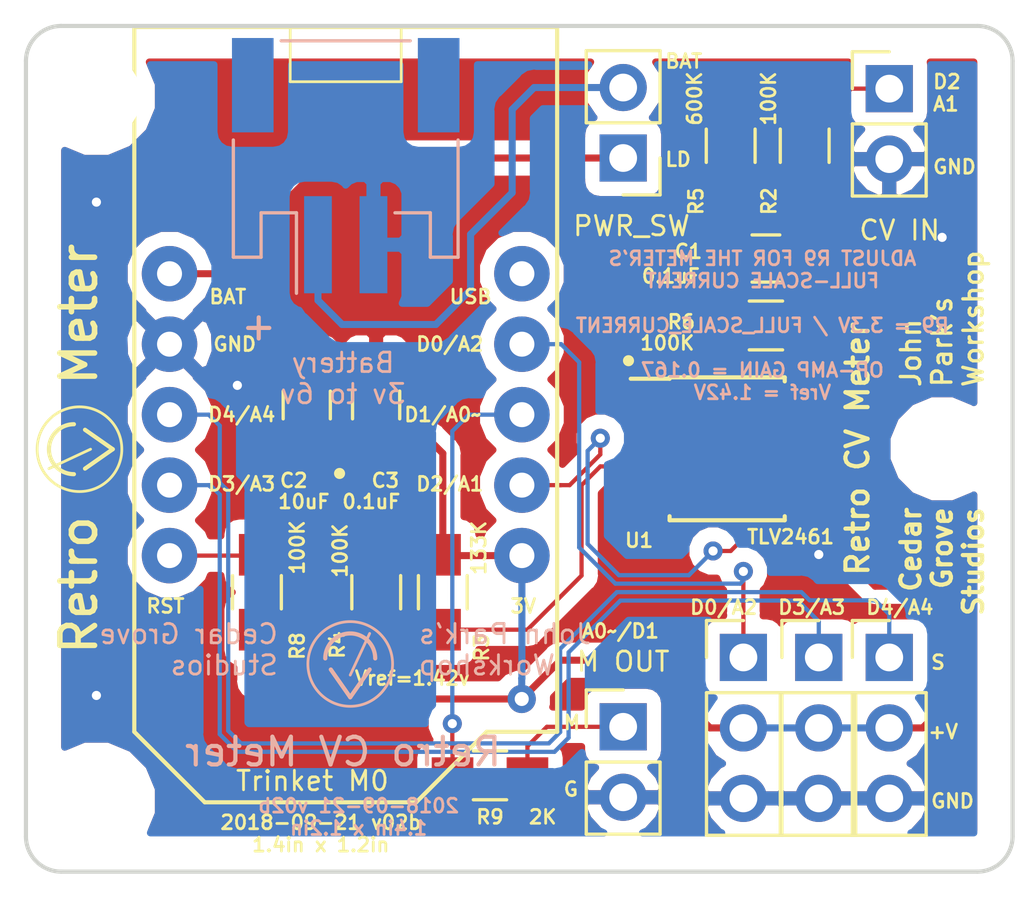
<source format=kicad_pcb>
(kicad_pcb (version 20171130) (host pcbnew "(5.0.0-rc2-dev-444-g2974a2c10)")

  (general
    (thickness 1.6)
    (drawings 49)
    (tracks 153)
    (zones 0)
    (modules 22)
    (nets 19)
  )

  (page A4)
  (title_block
    (title "Retro CV Meter")
    (date 2018-09-21)
    (rev v02b)
  )

  (layers
    (0 F.Cu signal)
    (31 B.Cu signal)
    (32 B.Adhes user hide)
    (33 F.Adhes user hide)
    (34 B.Paste user hide)
    (35 F.Paste user hide)
    (36 B.SilkS user)
    (37 F.SilkS user)
    (38 B.Mask user hide)
    (39 F.Mask user hide)
    (40 Dwgs.User user hide)
    (41 Cmts.User user hide)
    (42 Eco1.User user hide)
    (43 Eco2.User user hide)
    (44 Edge.Cuts user)
    (45 Margin user hide)
    (46 B.CrtYd user)
    (47 F.CrtYd user hide)
    (48 B.Fab user hide)
    (49 F.Fab user hide)
  )

  (setup
    (last_trace_width 0.1524)
    (trace_clearance 0.1524)
    (zone_clearance 0.508)
    (zone_45_only no)
    (trace_min 0.1524)
    (segment_width 0.2)
    (edge_width 0.15)
    (via_size 0.6858)
    (via_drill 0.3302)
    (via_min_size 0.6858)
    (via_min_drill 0.3302)
    (uvia_size 0.6858)
    (uvia_drill 0.3302)
    (uvias_allowed no)
    (uvia_min_size 0.2)
    (uvia_min_drill 0.1)
    (pcb_text_width 0.3)
    (pcb_text_size 1.5 1.5)
    (mod_edge_width 0.15)
    (mod_text_size 1 1)
    (mod_text_width 0.15)
    (pad_size 1.524 1.524)
    (pad_drill 0.762)
    (pad_to_mask_clearance 0.2)
    (aux_axis_origin 0 0)
    (visible_elements 7FFFFFFF)
    (pcbplotparams
      (layerselection 0x010fc_ffffffff)
      (usegerberextensions false)
      (usegerberattributes false)
      (usegerberadvancedattributes false)
      (creategerberjobfile false)
      (excludeedgelayer true)
      (linewidth 0.100000)
      (plotframeref false)
      (viasonmask false)
      (mode 1)
      (useauxorigin false)
      (hpglpennumber 1)
      (hpglpenspeed 20)
      (hpglpendiameter 15)
      (psnegative false)
      (psa4output false)
      (plotreference true)
      (plotvalue true)
      (plotinvisibletext false)
      (padsonsilk false)
      (subtractmaskfromsilk false)
      (outputformat 1)
      (mirror false)
      (drillshape 0)
      (scaleselection 1)
      (outputdirectory "retro meter v02 gerbers/"))
  )

  (net 0 "")
  (net 1 GND)
  (net 2 +3V3)
  (net 3 "Net-(C1-Pad2)")
  (net 4 +BATT)
  (net 5 "Net-(J1-Pad1)")
  (net 6 "Net-(U2-Pad10)")
  (net 7 /D4)
  (net 8 /D3)
  (net 9 /A0~~)
  (net 10 /A1)
  (net 11 "Net-(U1-Pad8)")
  (net 12 "Net-(U1-Pad5)")
  (net 13 "Net-(U1-Pad1)")
  (net 14 "Net-(J2-Pad2)")
  (net 15 /D0)
  (net 16 "Net-(J7-Pad1)")
  (net 17 "Net-(R8-Pad1)")
  (net 18 /Vref)

  (net_class Default "This is the default net class."
    (clearance 0.1524)
    (trace_width 0.1524)
    (via_dia 0.6858)
    (via_drill 0.3302)
    (uvia_dia 0.6858)
    (uvia_drill 0.3302)
    (diff_pair_gap 0.1524)
    (diff_pair_width 0.1524)
    (add_net /A0~~)
    (add_net /A1)
    (add_net /D0)
    (add_net /D3)
    (add_net /D4)
    (add_net /Vref)
    (add_net "Net-(C1-Pad2)")
    (add_net "Net-(J1-Pad1)")
    (add_net "Net-(J7-Pad1)")
    (add_net "Net-(R8-Pad1)")
    (add_net "Net-(U1-Pad1)")
    (add_net "Net-(U1-Pad5)")
    (add_net "Net-(U1-Pad8)")
    (add_net "Net-(U2-Pad10)")
  )

  (net_class Power ""
    (clearance 0.254)
    (trace_width 0.254)
    (via_dia 1.016)
    (via_drill 0.508)
    (uvia_dia 0.6858)
    (uvia_drill 0.3302)
    (diff_pair_gap 0.1524)
    (diff_pair_width 0.1524)
    (add_net +3V3)
    (add_net +BATT)
    (add_net GND)
    (add_net "Net-(J2-Pad2)")
  )

  (module Adafruit:Trinket_M0_no_holes (layer F.Cu) (tedit 5B78809B) (tstamp 5BA590CB)
    (at 193.135 61 270)
    (path /5B782EA3)
    (fp_text reference U2 (at -3 0 270) (layer F.Fab)
      (effects (font (size 1 1) (thickness 0.15)))
    )
    (fp_text value Trinket_M0 (at 2.4 0 270) (layer F.Fab)
      (effects (font (size 1 1) (thickness 0.15)))
    )
    (fp_line (start -13.97 -7.62) (end 13.97 -7.62) (layer F.CrtYd) (width 0.05))
    (fp_line (start 13.97 -7.62) (end 13.97 7.62) (layer F.CrtYd) (width 0.05))
    (fp_line (start 13.97 7.62) (end -13.97 7.62) (layer F.CrtYd) (width 0.05))
    (fp_line (start -13.97 7.62) (end -13.97 -7.62) (layer F.CrtYd) (width 0.05))
    (fp_line (start -13.97 -7.62) (end -13.97 7.62) (layer F.SilkS) (width 0.15))
    (fp_line (start -13.97 -7.62) (end 11.43 -7.62) (layer F.SilkS) (width 0.15))
    (fp_line (start 13.97 -2.54) (end 13.97 5.08) (layer F.SilkS) (width 0.15))
    (fp_line (start -13.97 7.62) (end 11.43 7.62) (layer F.SilkS) (width 0.15))
    (fp_line (start 11.43 7.62) (end 13.97 5.08) (layer F.SilkS) (width 0.15))
    (fp_line (start 13.97 -2.54) (end 11.43 -5.08) (layer F.SilkS) (width 0.15))
    (fp_line (start 11.43 -5.08) (end 11.43 -7.62) (layer F.SilkS) (width 0.15))
    (fp_text user BAT (at -4.25 4.25) (layer F.SilkS)
      (effects (font (size 0.5 0.5) (thickness 0.1)))
    )
    (fp_text user GND (at -2.54 4) (layer F.SilkS)
      (effects (font (size 0.5 0.5) (thickness 0.1)))
    )
    (fp_text user D4/A4 (at 0 3.75) (layer F.SilkS)
      (effects (font (size 0.5 0.5) (thickness 0.1)))
    )
    (fp_text user D3/A3 (at 2.5 3.75) (layer F.SilkS)
      (effects (font (size 0.5 0.5) (thickness 0.1)))
    )
    (fp_text user RST (at 6.9 6.5) (layer F.SilkS)
      (effects (font (size 0.5 0.5) (thickness 0.1)))
    )
    (fp_text user USB (at -4.25 -4.5) (layer F.SilkS)
      (effects (font (size 0.5 0.5) (thickness 0.1)))
    )
    (fp_text user D0/A2 (at -2.54 -3.75) (layer F.SilkS)
      (effects (font (size 0.5 0.5) (thickness 0.1)))
    )
    (fp_text user D1/A0~~ (at 0 -3.5) (layer F.SilkS)
      (effects (font (size 0.5 0.5) (thickness 0.1)))
    )
    (fp_text user D2/A1 (at 2.5 -3.75) (layer F.SilkS)
      (effects (font (size 0.5 0.5) (thickness 0.1)))
    )
    (fp_text user 3V (at 6.9 -6.4) (layer F.SilkS)
      (effects (font (size 0.5 0.5) (thickness 0.1)))
    )
    (fp_text user "Trinket M0" (at 13.2 1.2) (layer F.SilkS)
      (effects (font (size 0.7 0.7) (thickness 0.1)))
    )
    (fp_line (start -13.9 -2) (end -12 -2) (layer F.SilkS) (width 0.1))
    (fp_line (start -12 -2) (end -12 1.9) (layer F.SilkS) (width 0.1))
    (fp_line (start -12 1.9) (end -12 2) (layer F.SilkS) (width 0.1))
    (fp_line (start -12 2) (end -14 2) (layer F.SilkS) (width 0.1))
    (pad 10 thru_hole circle (at -5.08 -6.35 270) (size 2 2) (drill 0.9) (layers *.Cu *.Mask)
      (net 6 "Net-(U2-Pad10)"))
    (pad 1 thru_hole circle (at -5.08 6.35 270) (size 2 2) (drill 0.9) (layers *.Cu *.Mask)
      (net 4 +BATT))
    (pad 9 thru_hole circle (at -2.54 -6.35 270) (size 2 2) (drill 0.9) (layers *.Cu *.Mask)
      (net 15 /D0))
    (pad 2 thru_hole circle (at -2.54 6.35 270) (size 2 2) (drill 0.9) (layers *.Cu *.Mask)
      (net 1 GND))
    (pad 8 thru_hole circle (at 0 -6.35 270) (size 2 2) (drill 0.9) (layers *.Cu *.Mask)
      (net 9 /A0~~))
    (pad 3 thru_hole circle (at 0 6.35 270) (size 2 2) (drill 0.9) (layers *.Cu *.Mask)
      (net 7 /D4))
    (pad 7 thru_hole circle (at 2.54 -6.35 270) (size 2 2) (drill 0.9) (layers *.Cu *.Mask)
      (net 10 /A1))
    (pad 4 thru_hole circle (at 2.54 6.35 270) (size 2 2) (drill 0.9) (layers *.Cu *.Mask)
      (net 8 /D3))
    (pad 6 thru_hole circle (at 5.08 -6.35 270) (size 2 2) (drill 0.9) (layers *.Cu *.Mask)
      (net 2 +3V3))
    (pad 5 thru_hole circle (at 5.08 6.35 270) (size 2 2) (drill 0.9) (layers *.Cu *.Mask)
      (net 17 "Net-(R8-Pad1)"))
    (model "C:/Program Files/KiCad/share/kicad/packages3d/Adafruit_CAD_Parts-master/3500 Trinket M0/3500 Trinket M0.step"
      (offset (xyz -1.25 0 22.5))
      (scale (xyz 1 1 1))
      (rotate (xyz 0 0 -90))
    )
    (model "C:/Program Files/KiCad/share/kicad/packages3d/Pin_Headers.3dshapes/Pin_Header_Straight_1x05_Pitch2.54mm.wrl"
      (offset (xyz 0 -6.25 22.5))
      (scale (xyz 1 1 1))
      (rotate (xyz 0 -180 0))
    )
    (model "C:/Program Files/KiCad/share/kicad/packages3d/Pin_Headers.3dshapes/Pin_Header_Straight_1x05_Pitch2.54mm.wrl"
      (offset (xyz 0 6.25 22.5))
      (scale (xyz 1 1 1))
      (rotate (xyz 0 180 0))
    )
    (model "C:/Program Files/KiCad/share/kicad/packages3d/Socket_Strips.3dshapes/Socket_Strip_Straight_1x05_Pitch2.54mm.wrl"
      (offset (xyz 0 -6.5 0))
      (scale (xyz 1 1 1))
      (rotate (xyz 0 0 0))
    )
    (model "C:/Program Files/KiCad/share/kicad/packages3d/Socket_Strips.3dshapes/Socket_Strip_Straight_1x05_Pitch2.54mm.wrl"
      (offset (xyz 0 6.5 0))
      (scale (xyz 1 1 1))
      (rotate (xyz 0 0 0))
    )
  )

  (module Capacitors_SMD:C_0805_HandSoldering (layer F.Cu) (tedit 5B78EFDE) (tstamp 5B77B1F7)
    (at 191.731041 60.650664 90)
    (descr "Capacitor SMD 0805, hand soldering")
    (tags "capacitor 0805")
    (path /5B7A8B3F)
    (attr smd)
    (fp_text reference C2 (at -2.722336 -0.469041 -180) (layer F.SilkS)
      (effects (font (size 0.5 0.5) (thickness 0.1)))
    )
    (fp_text value 10uF (at -3.484336 -0.103959 -180) (layer F.SilkS)
      (effects (font (size 0.5 0.5) (thickness 0.1)))
    )
    (fp_text user %R (at 0 -1.75 90) (layer F.Fab)
      (effects (font (size 1 1) (thickness 0.15)))
    )
    (fp_line (start -1 0.62) (end -1 -0.62) (layer F.Fab) (width 0.1))
    (fp_line (start 1 0.62) (end -1 0.62) (layer F.Fab) (width 0.1))
    (fp_line (start 1 -0.62) (end 1 0.62) (layer F.Fab) (width 0.1))
    (fp_line (start -1 -0.62) (end 1 -0.62) (layer F.Fab) (width 0.1))
    (fp_line (start 0.5 -0.85) (end -0.5 -0.85) (layer F.SilkS) (width 0.12))
    (fp_line (start -0.5 0.85) (end 0.5 0.85) (layer F.SilkS) (width 0.12))
    (fp_line (start -2.25 -0.88) (end 2.25 -0.88) (layer F.CrtYd) (width 0.05))
    (fp_line (start -2.25 -0.88) (end -2.25 0.87) (layer F.CrtYd) (width 0.05))
    (fp_line (start 2.25 0.87) (end 2.25 -0.88) (layer F.CrtYd) (width 0.05))
    (fp_line (start 2.25 0.87) (end -2.25 0.87) (layer F.CrtYd) (width 0.05))
    (pad 1 smd rect (at -1.25 0 90) (size 1.5 1.25) (layers F.Cu F.Paste F.Mask)
      (net 2 +3V3))
    (pad 2 smd rect (at 1.25 0 90) (size 1.5 1.25) (layers F.Cu F.Paste F.Mask)
      (net 1 GND))
    (model Capacitors_SMD.3dshapes/C_0805.wrl
      (at (xyz 0 0 0))
      (scale (xyz 1 1 1))
      (rotate (xyz 0 0 0))
    )
    (model "C:/Program Files/KiCad/share/kicad/packages3d/Capacitors_SMD.3dshapes/C_0805.step"
      (at (xyz 0 0 0))
      (scale (xyz 1 1 1.1))
      (rotate (xyz 0 0 0))
    )
  )

  (module Capacitors_SMD:C_0805_HandSoldering (layer F.Cu) (tedit 5B78F14F) (tstamp 5B791E7F)
    (at 208.28 55.372 180)
    (descr "Capacitor SMD 0805, hand soldering")
    (tags "capacitor 0805")
    (path /5B7807ED)
    (attr smd)
    (fp_text reference C1 (at 2.794 0.254 180) (layer F.SilkS)
      (effects (font (size 0.5 0.5) (thickness 0.1)))
    )
    (fp_text value 0.1uF (at 3.429 -0.635 180) (layer F.SilkS)
      (effects (font (size 0.5 0.5) (thickness 0.1)))
    )
    (fp_line (start 2.25 0.87) (end -2.25 0.87) (layer F.CrtYd) (width 0.05))
    (fp_line (start 2.25 0.87) (end 2.25 -0.88) (layer F.CrtYd) (width 0.05))
    (fp_line (start -2.25 -0.88) (end -2.25 0.87) (layer F.CrtYd) (width 0.05))
    (fp_line (start -2.25 -0.88) (end 2.25 -0.88) (layer F.CrtYd) (width 0.05))
    (fp_line (start -0.5 0.85) (end 0.5 0.85) (layer F.SilkS) (width 0.12))
    (fp_line (start 0.5 -0.85) (end -0.5 -0.85) (layer F.SilkS) (width 0.12))
    (fp_line (start -1 -0.62) (end 1 -0.62) (layer F.Fab) (width 0.1))
    (fp_line (start 1 -0.62) (end 1 0.62) (layer F.Fab) (width 0.1))
    (fp_line (start 1 0.62) (end -1 0.62) (layer F.Fab) (width 0.1))
    (fp_line (start -1 0.62) (end -1 -0.62) (layer F.Fab) (width 0.1))
    (fp_text user %R (at 0 -1.75 180) (layer F.Fab)
      (effects (font (size 1 1) (thickness 0.15)))
    )
    (pad 2 smd rect (at 1.25 0 180) (size 1.5 1.25) (layers F.Cu F.Paste F.Mask)
      (net 3 "Net-(C1-Pad2)"))
    (pad 1 smd rect (at -1.25 0 180) (size 1.5 1.25) (layers F.Cu F.Paste F.Mask)
      (net 10 /A1))
    (model Capacitors_SMD.3dshapes/C_0805.wrl
      (at (xyz 0 0 0))
      (scale (xyz 1 1 1))
      (rotate (xyz 0 0 0))
    )
    (model "C:/Program Files/KiCad/share/kicad/packages3d/Capacitors_SMD.3dshapes/C_0805.step"
      (at (xyz 0 0 0))
      (scale (xyz 1 1 1))
      (rotate (xyz 0 0 0))
    )
  )

  (module Resistors_SMD:R_0805_HandSoldering (layer F.Cu) (tedit 5B78F195) (tstamp 5B77A42F)
    (at 209.677 51.308 90)
    (descr "Resistor SMD 0805, hand soldering")
    (tags "resistor 0805")
    (path /5B77B1E8)
    (attr smd)
    (fp_text reference R2 (at -2 -1.285 90) (layer F.SilkS)
      (effects (font (size 0.5 0.5) (thickness 0.1)))
    )
    (fp_text value 100K (at 1.7 -1.3 90) (layer F.SilkS)
      (effects (font (size 0.5 0.5) (thickness 0.1)))
    )
    (fp_text user %R (at 0 0 90) (layer F.Fab)
      (effects (font (size 0.5 0.5) (thickness 0.075)))
    )
    (fp_line (start -1 0.62) (end -1 -0.62) (layer F.Fab) (width 0.1))
    (fp_line (start 1 0.62) (end -1 0.62) (layer F.Fab) (width 0.1))
    (fp_line (start 1 -0.62) (end 1 0.62) (layer F.Fab) (width 0.1))
    (fp_line (start -1 -0.62) (end 1 -0.62) (layer F.Fab) (width 0.1))
    (fp_line (start 0.6 0.88) (end -0.6 0.88) (layer F.SilkS) (width 0.12))
    (fp_line (start -0.6 -0.88) (end 0.6 -0.88) (layer F.SilkS) (width 0.12))
    (fp_line (start -2.35 -0.9) (end 2.35 -0.9) (layer F.CrtYd) (width 0.05))
    (fp_line (start -2.35 -0.9) (end -2.35 0.9) (layer F.CrtYd) (width 0.05))
    (fp_line (start 2.35 0.9) (end 2.35 -0.9) (layer F.CrtYd) (width 0.05))
    (fp_line (start 2.35 0.9) (end -2.35 0.9) (layer F.CrtYd) (width 0.05))
    (pad 1 smd rect (at -1.35 0 90) (size 1.5 1.3) (layers F.Cu F.Paste F.Mask)
      (net 1 GND))
    (pad 2 smd rect (at 1.35 0 90) (size 1.5 1.3) (layers F.Cu F.Paste F.Mask)
      (net 5 "Net-(J1-Pad1)"))
    (model ${KISYS3DMOD}/Resistors_SMD.3dshapes/R_0805.wrl
      (at (xyz 0 0 0))
      (scale (xyz 1 1 1))
      (rotate (xyz 0 0 0))
    )
    (model "C:/Program Files/KiCad/share/kicad/packages3d/Resistors_SMD.3dshapes/R_0805.step"
      (at (xyz 0 0 0))
      (scale (xyz 1.2 1 1))
      (rotate (xyz 0 0 0))
    )
  )

  (module Resistors_SMD:R_0805_HandSoldering (layer F.Cu) (tedit 5B78F04B) (tstamp 5B77A440)
    (at 196.635 67.4 90)
    (descr "Resistor SMD 0805, hand soldering")
    (tags "resistor 0805")
    (path /5B780785)
    (attr smd)
    (fp_text reference R3 (at -2 1.4 90) (layer F.SilkS)
      (effects (font (size 0.5 0.5) (thickness 0.1)))
    )
    (fp_text value 133K (at 1.6 1.3 90) (layer F.SilkS)
      (effects (font (size 0.5 0.5) (thickness 0.1)))
    )
    (fp_text user %R (at 0 0 90) (layer F.Fab)
      (effects (font (size 0.5 0.5) (thickness 0.075)))
    )
    (fp_line (start -1 0.62) (end -1 -0.62) (layer F.Fab) (width 0.1))
    (fp_line (start 1 0.62) (end -1 0.62) (layer F.Fab) (width 0.1))
    (fp_line (start 1 -0.62) (end 1 0.62) (layer F.Fab) (width 0.1))
    (fp_line (start -1 -0.62) (end 1 -0.62) (layer F.Fab) (width 0.1))
    (fp_line (start 0.6 0.88) (end -0.6 0.88) (layer F.SilkS) (width 0.12))
    (fp_line (start -0.6 -0.88) (end 0.6 -0.88) (layer F.SilkS) (width 0.12))
    (fp_line (start -2.35 -0.9) (end 2.35 -0.9) (layer F.CrtYd) (width 0.05))
    (fp_line (start -2.35 -0.9) (end -2.35 0.9) (layer F.CrtYd) (width 0.05))
    (fp_line (start 2.35 0.9) (end 2.35 -0.9) (layer F.CrtYd) (width 0.05))
    (fp_line (start 2.35 0.9) (end -2.35 0.9) (layer F.CrtYd) (width 0.05))
    (pad 1 smd rect (at -1.35 0 90) (size 1.5 1.3) (layers F.Cu F.Paste F.Mask)
      (net 18 /Vref))
    (pad 2 smd rect (at 1.35 0 90) (size 1.5 1.3) (layers F.Cu F.Paste F.Mask)
      (net 2 +3V3))
    (model ${KISYS3DMOD}/Resistors_SMD.3dshapes/R_0805.wrl
      (at (xyz 0 0 0))
      (scale (xyz 1 1 1))
      (rotate (xyz 0 0 0))
    )
    (model "C:/Program Files/KiCad/share/kicad/packages3d/Resistors_SMD.3dshapes/R_0805.step"
      (at (xyz 0 0 0))
      (scale (xyz 1.2 1 1))
      (rotate (xyz 0 0 0))
    )
  )

  (module Resistors_SMD:R_0805_HandSoldering (layer F.Cu) (tedit 5B78F035) (tstamp 5B77A451)
    (at 194.235 67.4 270)
    (descr "Resistor SMD 0805, hand soldering")
    (tags "resistor 0805")
    (path /5B78079D)
    (attr smd)
    (fp_text reference R4 (at 1.9 1.4 270) (layer F.SilkS)
      (effects (font (size 0.5 0.5) (thickness 0.1)))
    )
    (fp_text value 100K (at -1.5 1.3 270) (layer F.SilkS)
      (effects (font (size 0.5 0.5) (thickness 0.1)))
    )
    (fp_line (start 2.35 0.9) (end -2.35 0.9) (layer F.CrtYd) (width 0.05))
    (fp_line (start 2.35 0.9) (end 2.35 -0.9) (layer F.CrtYd) (width 0.05))
    (fp_line (start -2.35 -0.9) (end -2.35 0.9) (layer F.CrtYd) (width 0.05))
    (fp_line (start -2.35 -0.9) (end 2.35 -0.9) (layer F.CrtYd) (width 0.05))
    (fp_line (start -0.6 -0.88) (end 0.6 -0.88) (layer F.SilkS) (width 0.12))
    (fp_line (start 0.6 0.88) (end -0.6 0.88) (layer F.SilkS) (width 0.12))
    (fp_line (start -1 -0.62) (end 1 -0.62) (layer F.Fab) (width 0.1))
    (fp_line (start 1 -0.62) (end 1 0.62) (layer F.Fab) (width 0.1))
    (fp_line (start 1 0.62) (end -1 0.62) (layer F.Fab) (width 0.1))
    (fp_line (start -1 0.62) (end -1 -0.62) (layer F.Fab) (width 0.1))
    (fp_text user %R (at 0 0 270) (layer F.Fab)
      (effects (font (size 0.5 0.5) (thickness 0.075)))
    )
    (pad 2 smd rect (at 1.35 0 270) (size 1.5 1.3) (layers F.Cu F.Paste F.Mask)
      (net 18 /Vref))
    (pad 1 smd rect (at -1.35 0 270) (size 1.5 1.3) (layers F.Cu F.Paste F.Mask)
      (net 1 GND))
    (model ${KISYS3DMOD}/Resistors_SMD.3dshapes/R_0805.wrl
      (at (xyz 0 0 0))
      (scale (xyz 1 1 1))
      (rotate (xyz 0 0 0))
    )
    (model "C:/Program Files/KiCad/share/kicad/packages3d/Resistors_SMD.3dshapes/R_0805.step"
      (at (xyz 0 0 0))
      (scale (xyz 1.2 1 1))
      (rotate (xyz 0 0 0))
    )
  )

  (module Resistors_SMD:R_0805_HandSoldering (layer F.Cu) (tedit 5B78F1AD) (tstamp 5B77A462)
    (at 207.01 51.308 90)
    (descr "Resistor SMD 0805, hand soldering")
    (tags "resistor 0805")
    (path /5B78076C)
    (attr smd)
    (fp_text reference R5 (at -2 -1.25 90) (layer F.SilkS)
      (effects (font (size 0.5 0.5) (thickness 0.1)))
    )
    (fp_text value 600K (at 1.7 -1.3 90) (layer F.SilkS)
      (effects (font (size 0.5 0.5) (thickness 0.1)))
    )
    (fp_line (start 2.35 0.9) (end -2.35 0.9) (layer F.CrtYd) (width 0.05))
    (fp_line (start 2.35 0.9) (end 2.35 -0.9) (layer F.CrtYd) (width 0.05))
    (fp_line (start -2.35 -0.9) (end -2.35 0.9) (layer F.CrtYd) (width 0.05))
    (fp_line (start -2.35 -0.9) (end 2.35 -0.9) (layer F.CrtYd) (width 0.05))
    (fp_line (start -0.6 -0.88) (end 0.6 -0.88) (layer F.SilkS) (width 0.12))
    (fp_line (start 0.6 0.88) (end -0.6 0.88) (layer F.SilkS) (width 0.12))
    (fp_line (start -1 -0.62) (end 1 -0.62) (layer F.Fab) (width 0.1))
    (fp_line (start 1 -0.62) (end 1 0.62) (layer F.Fab) (width 0.1))
    (fp_line (start 1 0.62) (end -1 0.62) (layer F.Fab) (width 0.1))
    (fp_line (start -1 0.62) (end -1 -0.62) (layer F.Fab) (width 0.1))
    (fp_text user %R (at 0 0 90) (layer F.Fab)
      (effects (font (size 0.5 0.5) (thickness 0.075)))
    )
    (pad 2 smd rect (at 1.35 0 90) (size 1.5 1.3) (layers F.Cu F.Paste F.Mask)
      (net 5 "Net-(J1-Pad1)"))
    (pad 1 smd rect (at -1.35 0 90) (size 1.5 1.3) (layers F.Cu F.Paste F.Mask)
      (net 3 "Net-(C1-Pad2)"))
    (model ${KISYS3DMOD}/Resistors_SMD.3dshapes/R_0805.wrl
      (at (xyz 0 0 0))
      (scale (xyz 1 1 1))
      (rotate (xyz 0 0 0))
    )
    (model "C:/Program Files/KiCad/share/kicad/packages3d/Resistors_SMD.3dshapes/R_0805.step"
      (at (xyz 0 0 0))
      (scale (xyz 1.2 1 1))
      (rotate (xyz 0 0 0))
    )
  )

  (module Resistors_SMD:R_0805_HandSoldering (layer F.Cu) (tedit 5B78F175) (tstamp 5B791EAF)
    (at 208.28 57.785 180)
    (descr "Resistor SMD 0805, hand soldering")
    (tags "resistor 0805")
    (path /5B78077F)
    (attr smd)
    (fp_text reference R6 (at 3.048 0.127 180) (layer F.SilkS)
      (effects (font (size 0.5 0.5) (thickness 0.1)))
    )
    (fp_text value 100K (at 3.556 -0.635 180) (layer F.SilkS)
      (effects (font (size 0.5 0.5) (thickness 0.1)))
    )
    (fp_line (start 2.35 0.9) (end -2.35 0.9) (layer F.CrtYd) (width 0.05))
    (fp_line (start 2.35 0.9) (end 2.35 -0.9) (layer F.CrtYd) (width 0.05))
    (fp_line (start -2.35 -0.9) (end -2.35 0.9) (layer F.CrtYd) (width 0.05))
    (fp_line (start -2.35 -0.9) (end 2.35 -0.9) (layer F.CrtYd) (width 0.05))
    (fp_line (start -0.6 -0.88) (end 0.6 -0.88) (layer F.SilkS) (width 0.12))
    (fp_line (start 0.6 0.88) (end -0.6 0.88) (layer F.SilkS) (width 0.12))
    (fp_line (start -1 -0.62) (end 1 -0.62) (layer F.Fab) (width 0.1))
    (fp_line (start 1 -0.62) (end 1 0.62) (layer F.Fab) (width 0.1))
    (fp_line (start 1 0.62) (end -1 0.62) (layer F.Fab) (width 0.1))
    (fp_line (start -1 0.62) (end -1 -0.62) (layer F.Fab) (width 0.1))
    (fp_text user %R (at 0 0 180) (layer F.Fab)
      (effects (font (size 0.5 0.5) (thickness 0.075)))
    )
    (pad 2 smd rect (at 1.35 0 180) (size 1.5 1.3) (layers F.Cu F.Paste F.Mask)
      (net 3 "Net-(C1-Pad2)"))
    (pad 1 smd rect (at -1.35 0 180) (size 1.5 1.3) (layers F.Cu F.Paste F.Mask)
      (net 10 /A1))
    (model ${KISYS3DMOD}/Resistors_SMD.3dshapes/R_0805.wrl
      (at (xyz 0 0 0))
      (scale (xyz 1 1 1))
      (rotate (xyz 0 0 0))
    )
    (model "C:/Program Files/KiCad/share/kicad/packages3d/Resistors_SMD.3dshapes/R_0805.step"
      (at (xyz 0 0 0))
      (scale (xyz 1.2 1 1))
      (rotate (xyz 0 0 0))
    )
  )

  (module Resistors_SMD:R_0805_HandSoldering (layer F.Cu) (tedit 5B78F01C) (tstamp 5B77A495)
    (at 189.935 67.4 270)
    (descr "Resistor SMD 0805, hand soldering")
    (tags "resistor 0805")
    (path /5B7854D3)
    (attr smd)
    (fp_text reference R8 (at 1.942 -1.454 90) (layer F.SilkS)
      (effects (font (size 0.5 0.5) (thickness 0.1)))
    )
    (fp_text value 100K (at -1.614 -1.454 270) (layer F.SilkS)
      (effects (font (size 0.5 0.5) (thickness 0.1)))
    )
    (fp_text user %R (at 0 0 270) (layer F.Fab)
      (effects (font (size 0.5 0.5) (thickness 0.075)))
    )
    (fp_line (start -1 0.62) (end -1 -0.62) (layer F.Fab) (width 0.1))
    (fp_line (start 1 0.62) (end -1 0.62) (layer F.Fab) (width 0.1))
    (fp_line (start 1 -0.62) (end 1 0.62) (layer F.Fab) (width 0.1))
    (fp_line (start -1 -0.62) (end 1 -0.62) (layer F.Fab) (width 0.1))
    (fp_line (start 0.6 0.88) (end -0.6 0.88) (layer F.SilkS) (width 0.12))
    (fp_line (start -0.6 -0.88) (end 0.6 -0.88) (layer F.SilkS) (width 0.12))
    (fp_line (start -2.35 -0.9) (end 2.35 -0.9) (layer F.CrtYd) (width 0.05))
    (fp_line (start -2.35 -0.9) (end -2.35 0.9) (layer F.CrtYd) (width 0.05))
    (fp_line (start 2.35 0.9) (end 2.35 -0.9) (layer F.CrtYd) (width 0.05))
    (fp_line (start 2.35 0.9) (end -2.35 0.9) (layer F.CrtYd) (width 0.05))
    (pad 1 smd rect (at -1.35 0 270) (size 1.5 1.3) (layers F.Cu F.Paste F.Mask)
      (net 17 "Net-(R8-Pad1)"))
    (pad 2 smd rect (at 1.35 0 270) (size 1.5 1.3) (layers F.Cu F.Paste F.Mask)
      (net 2 +3V3))
    (model ${KISYS3DMOD}/Resistors_SMD.3dshapes/R_0805.wrl
      (at (xyz 0 0 0))
      (scale (xyz 1 1 1))
      (rotate (xyz 0 0 0))
    )
    (model "C:/Program Files/KiCad/share/kicad/packages3d/Resistors_SMD.3dshapes/R_0805.step"
      (at (xyz 0 0 0))
      (scale (xyz 1.2 1 1))
      (rotate (xyz 0 0 0))
    )
  )

  (module Housings_SOIC:SOIC-8_3.9x4.9mm_Pitch1.27mm (layer F.Cu) (tedit 5B78812F) (tstamp 5B77A496)
    (at 206.883 62.23)
    (descr "8-Lead Plastic Small Outline (SN) - Narrow, 3.90 mm Body [SOIC] (see Microchip Packaging Specification 00000049BS.pdf)")
    (tags "SOIC 1.27")
    (path /5B7B044A)
    (attr smd)
    (fp_text reference U1 (at -3.175 3.302 -180) (layer F.SilkS)
      (effects (font (size 0.5 0.5) (thickness 0.1)))
    )
    (fp_text value TLV2461 (at 2.286 3.175 -180) (layer F.SilkS)
      (effects (font (size 0.5 0.5) (thickness 0.1)))
    )
    (fp_line (start -2.075 -2.525) (end -3.475 -2.525) (layer F.SilkS) (width 0.15))
    (fp_line (start -2.075 2.575) (end 2.075 2.575) (layer F.SilkS) (width 0.15))
    (fp_line (start -2.075 -2.575) (end 2.075 -2.575) (layer F.SilkS) (width 0.15))
    (fp_line (start -2.075 2.575) (end -2.075 2.43) (layer F.SilkS) (width 0.15))
    (fp_line (start 2.075 2.575) (end 2.075 2.43) (layer F.SilkS) (width 0.15))
    (fp_line (start 2.075 -2.575) (end 2.075 -2.43) (layer F.SilkS) (width 0.15))
    (fp_line (start -2.075 -2.575) (end -2.075 -2.525) (layer F.SilkS) (width 0.15))
    (fp_line (start -3.73 2.7) (end 3.73 2.7) (layer F.CrtYd) (width 0.05))
    (fp_line (start -3.73 -2.7) (end 3.73 -2.7) (layer F.CrtYd) (width 0.05))
    (fp_line (start 3.73 -2.7) (end 3.73 2.7) (layer F.CrtYd) (width 0.05))
    (fp_line (start -3.73 -2.7) (end -3.73 2.7) (layer F.CrtYd) (width 0.05))
    (fp_line (start -1.95 -1.45) (end -0.95 -2.45) (layer F.Fab) (width 0.1))
    (fp_line (start -1.95 2.45) (end -1.95 -1.45) (layer F.Fab) (width 0.1))
    (fp_line (start 1.95 2.45) (end -1.95 2.45) (layer F.Fab) (width 0.1))
    (fp_line (start 1.95 -2.45) (end 1.95 2.45) (layer F.Fab) (width 0.1))
    (fp_line (start -0.95 -2.45) (end 1.95 -2.45) (layer F.Fab) (width 0.1))
    (fp_text user %R (at 0 0) (layer F.Fab)
      (effects (font (size 1 1) (thickness 0.15)))
    )
    (pad 8 smd rect (at 2.7 -1.905) (size 1.55 0.6) (layers F.Cu F.Paste F.Mask)
      (net 11 "Net-(U1-Pad8)"))
    (pad 7 smd rect (at 2.7 -0.635) (size 1.55 0.6) (layers F.Cu F.Paste F.Mask)
      (net 2 +3V3))
    (pad 6 smd rect (at 2.7 0.635) (size 1.55 0.6) (layers F.Cu F.Paste F.Mask)
      (net 10 /A1))
    (pad 5 smd rect (at 2.7 1.905) (size 1.55 0.6) (layers F.Cu F.Paste F.Mask)
      (net 12 "Net-(U1-Pad5)"))
    (pad 4 smd rect (at -2.7 1.905) (size 1.55 0.6) (layers F.Cu F.Paste F.Mask)
      (net 1 GND))
    (pad 3 smd rect (at -2.7 0.635) (size 1.55 0.6) (layers F.Cu F.Paste F.Mask)
      (net 18 /Vref))
    (pad 2 smd rect (at -2.7 -0.635) (size 1.55 0.6) (layers F.Cu F.Paste F.Mask)
      (net 3 "Net-(C1-Pad2)"))
    (pad 1 smd rect (at -2.7 -1.905) (size 1.55 0.6) (layers F.Cu F.Paste F.Mask)
      (net 13 "Net-(U1-Pad1)"))
    (model ${KISYS3DMOD}/Housings_SOIC.3dshapes/SOIC-8_3.9x4.9mm_Pitch1.27mm.wrl
      (at (xyz 0 0 0))
      (scale (xyz 1 1 1))
      (rotate (xyz 0 0 0))
    )
    (model "C:/Program Files/KiCad/share/kicad/packages3d/Housings_SOIC.3dshapes/SOIC-8_3.9x4.9mm_Pitch1.27mm.step"
      (at (xyz 0 0 0))
      (scale (xyz 1 1 1))
      (rotate (xyz 0 0 0))
    )
  )

  (module Capacitors_SMD:C_0805_HandSoldering (layer F.Cu) (tedit 5B78EFF8) (tstamp 5B77AA75)
    (at 194.231041 60.650664 90)
    (descr "Capacitor SMD 0805, hand soldering")
    (tags "capacitor 0805")
    (path /5B7A8AAA)
    (attr smd)
    (fp_text reference C3 (at -2.722336 0.332959 -180) (layer F.SilkS)
      (effects (font (size 0.5 0.5) (thickness 0.1)))
    )
    (fp_text value 0.1uF (at -3.484336 -0.175041 -180) (layer F.SilkS)
      (effects (font (size 0.5 0.5) (thickness 0.1)))
    )
    (fp_line (start 2.25 0.87) (end -2.25 0.87) (layer F.CrtYd) (width 0.05))
    (fp_line (start 2.25 0.87) (end 2.25 -0.88) (layer F.CrtYd) (width 0.05))
    (fp_line (start -2.25 -0.88) (end -2.25 0.87) (layer F.CrtYd) (width 0.05))
    (fp_line (start -2.25 -0.88) (end 2.25 -0.88) (layer F.CrtYd) (width 0.05))
    (fp_line (start -0.5 0.85) (end 0.5 0.85) (layer F.SilkS) (width 0.12))
    (fp_line (start 0.5 -0.85) (end -0.5 -0.85) (layer F.SilkS) (width 0.12))
    (fp_line (start -1 -0.62) (end 1 -0.62) (layer F.Fab) (width 0.1))
    (fp_line (start 1 -0.62) (end 1 0.62) (layer F.Fab) (width 0.1))
    (fp_line (start 1 0.62) (end -1 0.62) (layer F.Fab) (width 0.1))
    (fp_line (start -1 0.62) (end -1 -0.62) (layer F.Fab) (width 0.1))
    (fp_text user %R (at 0 -1.75 90) (layer F.Fab)
      (effects (font (size 1 1) (thickness 0.15)))
    )
    (pad 2 smd rect (at 1.25 0 90) (size 1.5 1.25) (layers F.Cu F.Paste F.Mask)
      (net 1 GND))
    (pad 1 smd rect (at -1.25 0 90) (size 1.5 1.25) (layers F.Cu F.Paste F.Mask)
      (net 2 +3V3))
    (model Capacitors_SMD.3dshapes/C_0805.wrl
      (at (xyz 0 0 0))
      (scale (xyz 1 1 1))
      (rotate (xyz 0 0 0))
    )
    (model "C:/Program Files/KiCad/share/kicad/packages3d/Capacitors_SMD.3dshapes/C_0805.step"
      (at (xyz 0 0 0))
      (scale (xyz 1 1 1))
      (rotate (xyz 0 0 0))
    )
  )

  (module Pin_Headers:Pin_Header_Straight_1x02_Pitch2.54mm (layer F.Cu) (tedit 5B77C5F6) (tstamp 5B77BE62)
    (at 212.725 49.25)
    (descr "Through hole straight pin header, 1x02, 2.54mm pitch, single row")
    (tags "Through hole pin header THT 1x02 2.54mm single row")
    (path /5B781503)
    (fp_text reference J1 (at 0 -2.33) (layer F.Fab)
      (effects (font (size 1 1) (thickness 0.15)))
    )
    (fp_text value CV_INPUT (at 0 4.87) (layer F.Fab)
      (effects (font (size 1 1) (thickness 0.15)))
    )
    (fp_text user %R (at 0 1.27 90) (layer F.Fab)
      (effects (font (size 1 1) (thickness 0.15)))
    )
    (fp_line (start 1.8 -1.8) (end -1.8 -1.8) (layer F.CrtYd) (width 0.05))
    (fp_line (start 1.8 4.35) (end 1.8 -1.8) (layer F.CrtYd) (width 0.05))
    (fp_line (start -1.8 4.35) (end 1.8 4.35) (layer F.CrtYd) (width 0.05))
    (fp_line (start -1.8 -1.8) (end -1.8 4.35) (layer F.CrtYd) (width 0.05))
    (fp_line (start -1.33 -1.33) (end 0 -1.33) (layer F.SilkS) (width 0.12))
    (fp_line (start -1.33 0) (end -1.33 -1.33) (layer F.SilkS) (width 0.12))
    (fp_line (start -1.33 1.27) (end 1.33 1.27) (layer F.SilkS) (width 0.12))
    (fp_line (start 1.33 1.27) (end 1.33 3.87) (layer F.SilkS) (width 0.12))
    (fp_line (start -1.33 1.27) (end -1.33 3.87) (layer F.SilkS) (width 0.12))
    (fp_line (start -1.33 3.87) (end 1.33 3.87) (layer F.SilkS) (width 0.12))
    (fp_line (start -1.27 -0.635) (end -0.635 -1.27) (layer F.Fab) (width 0.1))
    (fp_line (start -1.27 3.81) (end -1.27 -0.635) (layer F.Fab) (width 0.1))
    (fp_line (start 1.27 3.81) (end -1.27 3.81) (layer F.Fab) (width 0.1))
    (fp_line (start 1.27 -1.27) (end 1.27 3.81) (layer F.Fab) (width 0.1))
    (fp_line (start -0.635 -1.27) (end 1.27 -1.27) (layer F.Fab) (width 0.1))
    (pad 2 thru_hole oval (at 0 2.54) (size 1.7 1.7) (drill 1) (layers *.Cu *.Mask)
      (net 1 GND))
    (pad 1 thru_hole rect (at 0 0) (size 1.7 1.7) (drill 1) (layers *.Cu *.Mask)
      (net 5 "Net-(J1-Pad1)"))
    (model ${KISYS3DMOD}/Pin_Headers.3dshapes/Pin_Header_Straight_1x02_Pitch2.54mm.wrl
      (at (xyz 0 0 0))
      (scale (xyz 1 1 1))
      (rotate (xyz 0 0 0))
    )
    (model "C:/Program Files/KiCad/share/kicad/packages3d/Pin_Headers.3dshapes/Pin_Header_Straight_1x02_Pitch2.54mm.wrl"
      (offset (xyz 0 -1.25 0))
      (scale (xyz 1 1 1))
      (rotate (xyz 0 0 -90))
    )
  )

  (module Pin_Headers:Pin_Header_Straight_1x02_Pitch2.54mm (layer F.Cu) (tedit 5B77C59C) (tstamp 5B77BE78)
    (at 203.135 51.75 180)
    (descr "Through hole straight pin header, 1x02, 2.54mm pitch, single row")
    (tags "Through hole pin header THT 1x02 2.54mm single row")
    (path /5B7C90BF)
    (fp_text reference J2 (at 0 -2.33 180) (layer F.Fab)
      (effects (font (size 1 1) (thickness 0.15)))
    )
    (fp_text value POWER_SWITCH (at 0 4.87 180) (layer F.Fab)
      (effects (font (size 1 1) (thickness 0.15)))
    )
    (fp_line (start -0.635 -1.27) (end 1.27 -1.27) (layer F.Fab) (width 0.1))
    (fp_line (start 1.27 -1.27) (end 1.27 3.81) (layer F.Fab) (width 0.1))
    (fp_line (start 1.27 3.81) (end -1.27 3.81) (layer F.Fab) (width 0.1))
    (fp_line (start -1.27 3.81) (end -1.27 -0.635) (layer F.Fab) (width 0.1))
    (fp_line (start -1.27 -0.635) (end -0.635 -1.27) (layer F.Fab) (width 0.1))
    (fp_line (start -1.33 3.87) (end 1.33 3.87) (layer F.SilkS) (width 0.12))
    (fp_line (start -1.33 1.27) (end -1.33 3.87) (layer F.SilkS) (width 0.12))
    (fp_line (start 1.33 1.27) (end 1.33 3.87) (layer F.SilkS) (width 0.12))
    (fp_line (start -1.33 1.27) (end 1.33 1.27) (layer F.SilkS) (width 0.12))
    (fp_line (start -1.33 0) (end -1.33 -1.33) (layer F.SilkS) (width 0.12))
    (fp_line (start -1.33 -1.33) (end 0 -1.33) (layer F.SilkS) (width 0.12))
    (fp_line (start -1.8 -1.8) (end -1.8 4.35) (layer F.CrtYd) (width 0.05))
    (fp_line (start -1.8 4.35) (end 1.8 4.35) (layer F.CrtYd) (width 0.05))
    (fp_line (start 1.8 4.35) (end 1.8 -1.8) (layer F.CrtYd) (width 0.05))
    (fp_line (start 1.8 -1.8) (end -1.8 -1.8) (layer F.CrtYd) (width 0.05))
    (fp_text user %R (at 0 1.27 270) (layer F.Fab)
      (effects (font (size 1 1) (thickness 0.15)))
    )
    (pad 1 thru_hole rect (at 0 0 180) (size 1.7 1.7) (drill 1) (layers *.Cu *.Mask)
      (net 4 +BATT))
    (pad 2 thru_hole oval (at 0 2.54 180) (size 1.7 1.7) (drill 1) (layers *.Cu *.Mask)
      (net 14 "Net-(J2-Pad2)"))
    (model ${KISYS3DMOD}/Pin_Headers.3dshapes/Pin_Header_Straight_1x02_Pitch2.54mm.wrl
      (at (xyz 0 0 0))
      (scale (xyz 1 1 1))
      (rotate (xyz 0 0 0))
    )
    (model "C:/Program Files/KiCad/share/kicad/packages3d/Pin_Headers.3dshapes/Pin_Header_Straight_1x02_Pitch2.54mm.wrl"
      (offset (xyz 0 -1.25 0))
      (scale (xyz 1 1 1))
      (rotate (xyz 0 0 -90))
    )
  )

  (module Resistors_SMD:R_0805_HandSoldering (layer F.Cu) (tedit 5B78F06A) (tstamp 5B77BECB)
    (at 198.335 74 180)
    (descr "Resistor SMD 0805, hand soldering")
    (tags "resistor 0805")
    (path /5B780779)
    (attr smd)
    (fp_text reference R9 (at 0 -1.5 180) (layer F.SilkS)
      (effects (font (size 0.5 0.5) (thickness 0.1)))
    )
    (fp_text value 2K (at -1.9 -1.5 180) (layer F.SilkS)
      (effects (font (size 0.5 0.5) (thickness 0.1)))
    )
    (fp_line (start 2.35 0.9) (end -2.35 0.9) (layer F.CrtYd) (width 0.05))
    (fp_line (start 2.35 0.9) (end 2.35 -0.9) (layer F.CrtYd) (width 0.05))
    (fp_line (start -2.35 -0.9) (end -2.35 0.9) (layer F.CrtYd) (width 0.05))
    (fp_line (start -2.35 -0.9) (end 2.35 -0.9) (layer F.CrtYd) (width 0.05))
    (fp_line (start -0.6 -0.88) (end 0.6 -0.88) (layer F.SilkS) (width 0.12))
    (fp_line (start 0.6 0.88) (end -0.6 0.88) (layer F.SilkS) (width 0.12))
    (fp_line (start -1 -0.62) (end 1 -0.62) (layer F.Fab) (width 0.1))
    (fp_line (start 1 -0.62) (end 1 0.62) (layer F.Fab) (width 0.1))
    (fp_line (start 1 0.62) (end -1 0.62) (layer F.Fab) (width 0.1))
    (fp_line (start -1 0.62) (end -1 -0.62) (layer F.Fab) (width 0.1))
    (fp_text user %R (at 0 0 180) (layer F.Fab)
      (effects (font (size 0.5 0.5) (thickness 0.075)))
    )
    (pad 2 smd rect (at 1.35 0 180) (size 1.5 1.3) (layers F.Cu F.Paste F.Mask)
      (net 9 /A0~~))
    (pad 1 smd rect (at -1.35 0 180) (size 1.5 1.3) (layers F.Cu F.Paste F.Mask)
      (net 16 "Net-(J7-Pad1)"))
    (model ${KISYS3DMOD}/Resistors_SMD.3dshapes/R_0805.wrl
      (at (xyz 0 0 0))
      (scale (xyz 1 1 1))
      (rotate (xyz 0 0 0))
    )
    (model "C:/Program Files/KiCad/share/kicad/packages3d/Resistors_SMD.3dshapes/R_0805.step"
      (at (xyz 0 0 0))
      (scale (xyz 1.2 1 1))
      (rotate (xyz 0 0 0))
    )
  )

  (module Pin_Headers:Pin_Header_Straight_1x03_Pitch2.54mm (layer F.Cu) (tedit 5B787B19) (tstamp 5B7915A3)
    (at 207.468333 69.75)
    (descr "Through hole straight pin header, 1x03, 2.54mm pitch, single row")
    (tags "Through hole pin header THT 1x03 2.54mm single row")
    (path /5B7F55EF)
    (fp_text reference J4 (at 0 -2.33) (layer F.Fab)
      (effects (font (size 1 1) (thickness 0.15)))
    )
    (fp_text value D0/A2 (at 0 7.41) (layer F.Fab)
      (effects (font (size 1 1) (thickness 0.15)))
    )
    (fp_text user %R (at 0 2.54 90) (layer F.Fab)
      (effects (font (size 1 1) (thickness 0.15)))
    )
    (fp_line (start 1.8 -1.8) (end -1.8 -1.8) (layer F.CrtYd) (width 0.05))
    (fp_line (start 1.8 6.85) (end 1.8 -1.8) (layer F.CrtYd) (width 0.05))
    (fp_line (start -1.8 6.85) (end 1.8 6.85) (layer F.CrtYd) (width 0.05))
    (fp_line (start -1.8 -1.8) (end -1.8 6.85) (layer F.CrtYd) (width 0.05))
    (fp_line (start -1.33 -1.33) (end 0 -1.33) (layer F.SilkS) (width 0.12))
    (fp_line (start -1.33 0) (end -1.33 -1.33) (layer F.SilkS) (width 0.12))
    (fp_line (start -1.33 1.27) (end 1.33 1.27) (layer F.SilkS) (width 0.12))
    (fp_line (start 1.33 1.27) (end 1.33 6.41) (layer F.SilkS) (width 0.12))
    (fp_line (start -1.33 1.27) (end -1.33 6.41) (layer F.SilkS) (width 0.12))
    (fp_line (start -1.33 6.41) (end 1.33 6.41) (layer F.SilkS) (width 0.12))
    (fp_line (start -1.27 -0.635) (end -0.635 -1.27) (layer F.Fab) (width 0.1))
    (fp_line (start -1.27 6.35) (end -1.27 -0.635) (layer F.Fab) (width 0.1))
    (fp_line (start 1.27 6.35) (end -1.27 6.35) (layer F.Fab) (width 0.1))
    (fp_line (start 1.27 -1.27) (end 1.27 6.35) (layer F.Fab) (width 0.1))
    (fp_line (start -0.635 -1.27) (end 1.27 -1.27) (layer F.Fab) (width 0.1))
    (pad 3 thru_hole oval (at 0 5.08) (size 1.7 1.7) (drill 1) (layers *.Cu *.Mask)
      (net 1 GND))
    (pad 2 thru_hole oval (at 0 2.54) (size 1.7 1.7) (drill 1) (layers *.Cu *.Mask)
      (net 2 +3V3))
    (pad 1 thru_hole rect (at 0 0) (size 1.7 1.7) (drill 1) (layers *.Cu *.Mask)
      (net 15 /D0))
    (model ${KISYS3DMOD}/Pin_Headers.3dshapes/Pin_Header_Straight_1x03_Pitch2.54mm.wrl
      (at (xyz 0 0 0))
      (scale (xyz 1 1 1))
      (rotate (xyz 0 0 0))
    )
    (model "C:/Program Files/KiCad/share/kicad/packages3d/Pin_Headers.3dshapes/Pin_Header_Straight_1x03_Pitch2.54mm.wrl"
      (offset (xyz 0 -2.55 0))
      (scale (xyz 1 1 1))
      (rotate (xyz 0 0 90))
    )
  )

  (module Connectors_JST:JST_PH_S2B-PH-SM4-TB_02x2.00mm_Angled (layer B.Cu) (tedit 5B787DFB) (tstamp 5B792962)
    (at 193.135 52)
    (descr "JST PH series connector, S2B-PH-SM4-TB, side entry type, surface mount, Datasheet: http://www.jst-mfg.com/product/pdf/eng/ePH.pdf")
    (tags "connector jst ph")
    (path /5B79CDB8)
    (attr smd)
    (fp_text reference J3 (at 0 5.625) (layer F.Fab)
      (effects (font (size 1 1) (thickness 0.15)))
    )
    (fp_text value LIPO_BATTERY (at 0 -5.375) (layer B.Fab)
      (effects (font (size 1 1) (thickness 0.15)) (justify mirror))
    )
    (fp_line (start -3.15 1.625) (end -3.15 3.225) (layer B.Fab) (width 0.1))
    (fp_line (start -3.15 3.225) (end -3.95 3.225) (layer B.Fab) (width 0.1))
    (fp_line (start -3.95 3.225) (end -3.95 -4.375) (layer B.Fab) (width 0.1))
    (fp_line (start -3.95 -4.375) (end 3.95 -4.375) (layer B.Fab) (width 0.1))
    (fp_line (start 3.95 -4.375) (end 3.95 3.225) (layer B.Fab) (width 0.1))
    (fp_line (start 3.95 3.225) (end 3.15 3.225) (layer B.Fab) (width 0.1))
    (fp_line (start 3.15 3.225) (end 3.15 1.625) (layer B.Fab) (width 0.1))
    (fp_line (start 3.15 1.625) (end -3.15 1.625) (layer B.Fab) (width 0.1))
    (fp_line (start -1.775 1.725) (end -3.05 1.725) (layer B.SilkS) (width 0.12))
    (fp_line (start -3.05 1.725) (end -3.05 3.325) (layer B.SilkS) (width 0.12))
    (fp_line (start -3.05 3.325) (end -4.05 3.325) (layer B.SilkS) (width 0.12))
    (fp_line (start -4.05 3.325) (end -4.05 -0.9) (layer B.SilkS) (width 0.12))
    (fp_line (start 4.05 -0.9) (end 4.05 3.325) (layer B.SilkS) (width 0.12))
    (fp_line (start 4.05 3.325) (end 3.05 3.325) (layer B.SilkS) (width 0.12))
    (fp_line (start 3.05 3.325) (end 3.05 1.725) (layer B.SilkS) (width 0.12))
    (fp_line (start 3.05 1.725) (end 1.775 1.725) (layer B.SilkS) (width 0.12))
    (fp_line (start -2.325 -4.475) (end 2.325 -4.475) (layer B.SilkS) (width 0.12))
    (fp_line (start -1.775 1.725) (end -1.775 4.625) (layer B.SilkS) (width 0.12))
    (fp_line (start -2 1.625) (end -1 0.625) (layer B.Fab) (width 0.1))
    (fp_line (start -1 0.625) (end 0 1.625) (layer B.Fab) (width 0.1))
    (fp_line (start -4.6 5.13) (end -4.6 -5.07) (layer B.CrtYd) (width 0.05))
    (fp_line (start -4.6 -5.07) (end 4.6 -5.07) (layer B.CrtYd) (width 0.05))
    (fp_line (start 4.6 -5.07) (end 4.6 5.13) (layer B.CrtYd) (width 0.05))
    (fp_line (start 4.6 5.13) (end -4.6 5.13) (layer B.CrtYd) (width 0.05))
    (fp_text user %R (at 0 -1.5) (layer B.Fab)
      (effects (font (size 1 1) (thickness 0.15)) (justify mirror))
    )
    (pad 1 smd rect (at -1 2.875) (size 1 3.5) (layers B.Cu B.Paste B.Mask)
      (net 14 "Net-(J2-Pad2)"))
    (pad 2 smd rect (at 1 2.875) (size 1 3.5) (layers B.Cu B.Paste B.Mask)
      (net 1 GND))
    (pad "" smd rect (at -3.35 -2.875) (size 1.5 3.4) (layers B.Cu B.Paste B.Mask))
    (pad "" smd rect (at 3.35 -2.875) (size 1.5 3.4) (layers B.Cu B.Paste B.Mask))
    (model ${KISYS3DMOD}/Connectors_JST.3dshapes/JST_PH_S2B-PH-SM4-TB_02x2.00mm_Angled.wrl
      (at (xyz 0 0 0))
      (scale (xyz 1 1 1))
      (rotate (xyz 0 0 0))
    )
    (model "C:/Program Files/KiCad/share/kicad/packages3d/Connector_JST.3dshapes/JST_PH_S2B-PH-K_1x02_P2.00mm_Horizontal.step"
      (offset (xyz -1.35 1.8 0))
      (scale (xyz 1.35 1.05 1))
      (rotate (xyz 0 0 0))
    )
  )

  (module Pin_Headers:Pin_Header_Straight_1x03_Pitch2.54mm (layer F.Cu) (tedit 5B787DE0) (tstamp 5B792982)
    (at 210.185 69.75)
    (descr "Through hole straight pin header, 1x03, 2.54mm pitch, single row")
    (tags "Through hole pin header THT 1x03 2.54mm single row")
    (path /5B78A150)
    (fp_text reference J5 (at 0 -2.33) (layer F.Fab)
      (effects (font (size 1 1) (thickness 0.15)))
    )
    (fp_text value D3/A3 (at 0 7.41) (layer F.Fab)
      (effects (font (size 1 1) (thickness 0.15)))
    )
    (fp_line (start -0.635 -1.27) (end 1.27 -1.27) (layer F.Fab) (width 0.1))
    (fp_line (start 1.27 -1.27) (end 1.27 6.35) (layer F.Fab) (width 0.1))
    (fp_line (start 1.27 6.35) (end -1.27 6.35) (layer F.Fab) (width 0.1))
    (fp_line (start -1.27 6.35) (end -1.27 -0.635) (layer F.Fab) (width 0.1))
    (fp_line (start -1.27 -0.635) (end -0.635 -1.27) (layer F.Fab) (width 0.1))
    (fp_line (start -1.33 6.41) (end 1.33 6.41) (layer F.SilkS) (width 0.12))
    (fp_line (start -1.33 1.27) (end -1.33 6.41) (layer F.SilkS) (width 0.12))
    (fp_line (start 1.33 1.27) (end 1.33 6.41) (layer F.SilkS) (width 0.12))
    (fp_line (start -1.33 1.27) (end 1.33 1.27) (layer F.SilkS) (width 0.12))
    (fp_line (start -1.33 0) (end -1.33 -1.33) (layer F.SilkS) (width 0.12))
    (fp_line (start -1.33 -1.33) (end 0 -1.33) (layer F.SilkS) (width 0.12))
    (fp_line (start -1.8 -1.8) (end -1.8 6.85) (layer F.CrtYd) (width 0.05))
    (fp_line (start -1.8 6.85) (end 1.8 6.85) (layer F.CrtYd) (width 0.05))
    (fp_line (start 1.8 6.85) (end 1.8 -1.8) (layer F.CrtYd) (width 0.05))
    (fp_line (start 1.8 -1.8) (end -1.8 -1.8) (layer F.CrtYd) (width 0.05))
    (fp_text user %R (at 0 2.54 90) (layer F.Fab)
      (effects (font (size 1 1) (thickness 0.15)))
    )
    (pad 1 thru_hole rect (at 0 0) (size 1.7 1.7) (drill 1) (layers *.Cu *.Mask)
      (net 8 /D3))
    (pad 2 thru_hole oval (at 0 2.54) (size 1.7 1.7) (drill 1) (layers *.Cu *.Mask)
      (net 2 +3V3))
    (pad 3 thru_hole oval (at 0 5.08) (size 1.7 1.7) (drill 1) (layers *.Cu *.Mask)
      (net 1 GND))
    (model ${KISYS3DMOD}/Pin_Headers.3dshapes/Pin_Header_Straight_1x03_Pitch2.54mm.wrl
      (at (xyz 0 0 0))
      (scale (xyz 1 1 1))
      (rotate (xyz 0 0 0))
    )
    (model "C:/Program Files/KiCad/share/kicad/packages3d/Pin_Headers.3dshapes/Pin_Header_Straight_1x03_Pitch2.54mm.wrl"
      (offset (xyz 0 -2.55 0))
      (scale (xyz 1 1 1))
      (rotate (xyz 0 0 90))
    )
  )

  (module Pin_Headers:Pin_Header_Straight_1x03_Pitch2.54mm (layer F.Cu) (tedit 5B787DEA) (tstamp 5B792998)
    (at 212.725 69.75)
    (descr "Through hole straight pin header, 1x03, 2.54mm pitch, single row")
    (tags "Through hole pin header THT 1x03 2.54mm single row")
    (path /5B788D54)
    (fp_text reference J6 (at 0 -2.33) (layer F.Fab)
      (effects (font (size 1 1) (thickness 0.15)))
    )
    (fp_text value D4/A4 (at 0 7.41) (layer F.Fab)
      (effects (font (size 1 1) (thickness 0.15)))
    )
    (fp_text user %R (at 0 2.54 90) (layer F.Fab)
      (effects (font (size 1 1) (thickness 0.15)))
    )
    (fp_line (start 1.8 -1.8) (end -1.8 -1.8) (layer F.CrtYd) (width 0.05))
    (fp_line (start 1.8 6.85) (end 1.8 -1.8) (layer F.CrtYd) (width 0.05))
    (fp_line (start -1.8 6.85) (end 1.8 6.85) (layer F.CrtYd) (width 0.05))
    (fp_line (start -1.8 -1.8) (end -1.8 6.85) (layer F.CrtYd) (width 0.05))
    (fp_line (start -1.33 -1.33) (end 0 -1.33) (layer F.SilkS) (width 0.12))
    (fp_line (start -1.33 0) (end -1.33 -1.33) (layer F.SilkS) (width 0.12))
    (fp_line (start -1.33 1.27) (end 1.33 1.27) (layer F.SilkS) (width 0.12))
    (fp_line (start 1.33 1.27) (end 1.33 6.41) (layer F.SilkS) (width 0.12))
    (fp_line (start -1.33 1.27) (end -1.33 6.41) (layer F.SilkS) (width 0.12))
    (fp_line (start -1.33 6.41) (end 1.33 6.41) (layer F.SilkS) (width 0.12))
    (fp_line (start -1.27 -0.635) (end -0.635 -1.27) (layer F.Fab) (width 0.1))
    (fp_line (start -1.27 6.35) (end -1.27 -0.635) (layer F.Fab) (width 0.1))
    (fp_line (start 1.27 6.35) (end -1.27 6.35) (layer F.Fab) (width 0.1))
    (fp_line (start 1.27 -1.27) (end 1.27 6.35) (layer F.Fab) (width 0.1))
    (fp_line (start -0.635 -1.27) (end 1.27 -1.27) (layer F.Fab) (width 0.1))
    (pad 3 thru_hole oval (at 0 5.08) (size 1.7 1.7) (drill 1) (layers *.Cu *.Mask)
      (net 1 GND))
    (pad 2 thru_hole oval (at 0 2.54) (size 1.7 1.7) (drill 1) (layers *.Cu *.Mask)
      (net 2 +3V3))
    (pad 1 thru_hole rect (at 0 0) (size 1.7 1.7) (drill 1) (layers *.Cu *.Mask)
      (net 7 /D4))
    (model ${KISYS3DMOD}/Pin_Headers.3dshapes/Pin_Header_Straight_1x03_Pitch2.54mm.wrl
      (at (xyz 0 0 0))
      (scale (xyz 1 1 1))
      (rotate (xyz 0 0 0))
    )
    (model "C:/Program Files/KiCad/share/kicad/packages3d/Pin_Headers.3dshapes/Pin_Header_Straight_1x03_Pitch2.54mm.wrl"
      (offset (xyz 0 -2.55 0))
      (scale (xyz 1 1 1))
      (rotate (xyz 0 0 90))
    )
  )

  (module Pin_Headers:Pin_Header_Straight_1x02_Pitch2.54mm (layer F.Cu) (tedit 5B787DAF) (tstamp 5B7929AE)
    (at 203.135 72.25)
    (descr "Through hole straight pin header, 1x02, 2.54mm pitch, single row")
    (tags "Through hole pin header THT 1x02 2.54mm single row")
    (path /5B78D5A6)
    (fp_text reference J7 (at 0 -2.33) (layer F.Fab)
      (effects (font (size 1 1) (thickness 0.15)))
    )
    (fp_text value METER_OUTPUT (at 0 4.87) (layer F.Fab)
      (effects (font (size 1 1) (thickness 0.15)))
    )
    (fp_text user %R (at 0 1.27 90) (layer F.Fab)
      (effects (font (size 1 1) (thickness 0.15)))
    )
    (fp_line (start 1.8 -1.8) (end -1.8 -1.8) (layer F.CrtYd) (width 0.05))
    (fp_line (start 1.8 4.35) (end 1.8 -1.8) (layer F.CrtYd) (width 0.05))
    (fp_line (start -1.8 4.35) (end 1.8 4.35) (layer F.CrtYd) (width 0.05))
    (fp_line (start -1.8 -1.8) (end -1.8 4.35) (layer F.CrtYd) (width 0.05))
    (fp_line (start -1.33 -1.33) (end 0 -1.33) (layer F.SilkS) (width 0.12))
    (fp_line (start -1.33 0) (end -1.33 -1.33) (layer F.SilkS) (width 0.12))
    (fp_line (start -1.33 1.27) (end 1.33 1.27) (layer F.SilkS) (width 0.12))
    (fp_line (start 1.33 1.27) (end 1.33 3.87) (layer F.SilkS) (width 0.12))
    (fp_line (start -1.33 1.27) (end -1.33 3.87) (layer F.SilkS) (width 0.12))
    (fp_line (start -1.33 3.87) (end 1.33 3.87) (layer F.SilkS) (width 0.12))
    (fp_line (start -1.27 -0.635) (end -0.635 -1.27) (layer F.Fab) (width 0.1))
    (fp_line (start -1.27 3.81) (end -1.27 -0.635) (layer F.Fab) (width 0.1))
    (fp_line (start 1.27 3.81) (end -1.27 3.81) (layer F.Fab) (width 0.1))
    (fp_line (start 1.27 -1.27) (end 1.27 3.81) (layer F.Fab) (width 0.1))
    (fp_line (start -0.635 -1.27) (end 1.27 -1.27) (layer F.Fab) (width 0.1))
    (pad 2 thru_hole oval (at 0 2.54) (size 1.7 1.7) (drill 1) (layers *.Cu *.Mask)
      (net 1 GND))
    (pad 1 thru_hole rect (at 0 0) (size 1.7 1.7) (drill 1) (layers *.Cu *.Mask)
      (net 16 "Net-(J7-Pad1)"))
    (model ${KISYS3DMOD}/Pin_Headers.3dshapes/Pin_Header_Straight_1x02_Pitch2.54mm.wrl
      (at (xyz 0 0 0))
      (scale (xyz 1 1 1))
      (rotate (xyz 0 0 0))
    )
    (model "C:/Program Files/KiCad/share/kicad/packages3d/Pin_Headers.3dshapes/Pin_Header_Straight_1x02_Pitch2.54mm.wrl"
      (offset (xyz 0 -1.25 0))
      (scale (xyz 1 1 1))
      (rotate (xyz 0 0 -90))
    )
  )

  (module Mounting_Holes:MountingHole_3.2mm_M3 (layer F.Cu) (tedit 5BA5964E) (tstamp 5BA5AE97)
    (at 184.15 49.53)
    (descr "Mounting Hole 3.2mm, no annular, M3")
    (tags "mounting hole 3.2mm no annular m3")
    (attr virtual)
    (fp_text reference REF** (at 0 -4.2) (layer F.Fab)
      (effects (font (size 1 1) (thickness 0.15)))
    )
    (fp_text value MountingHole_3.2mm_M3 (at 0 4.2) (layer F.Fab)
      (effects (font (size 1 1) (thickness 0.15)))
    )
    (fp_text user %R (at 0.3 0) (layer F.Fab)
      (effects (font (size 1 1) (thickness 0.15)))
    )
    (fp_circle (center 0 0) (end 3.2 0) (layer Cmts.User) (width 0.15))
    (fp_circle (center 0 0) (end 3.45 0) (layer F.CrtYd) (width 0.05))
    (pad 1 np_thru_hole circle (at 0 0) (size 3.2 3.2) (drill 3.2) (layers *.Cu *.Mask))
  )

  (module Mounting_Holes:MountingHole_3.2mm_M3 (layer F.Cu) (tedit 5BA5964A) (tstamp 5BA5AE9A)
    (at 184.15 74.93)
    (descr "Mounting Hole 3.2mm, no annular, M3")
    (tags "mounting hole 3.2mm no annular m3")
    (attr virtual)
    (fp_text reference REF** (at 0 -4.2) (layer F.Fab)
      (effects (font (size 1 1) (thickness 0.15)))
    )
    (fp_text value MountingHole_3.2mm_M3 (at 0 4.2) (layer F.Fab)
      (effects (font (size 1 1) (thickness 0.15)))
    )
    (fp_text user %R (at 0.3 0) (layer F.Fab)
      (effects (font (size 1 1) (thickness 0.15)))
    )
    (fp_circle (center 0 0) (end 3.2 0) (layer Cmts.User) (width 0.15))
    (fp_circle (center 0 0) (end 3.45 0) (layer F.CrtYd) (width 0.05))
    (pad 1 np_thru_hole circle (at 0 0) (size 3.2 3.2) (drill 3.2) (layers *.Cu *.Mask))
  )

  (module Mounting_Holes:MountingHole_2.7mm_M2.5 (layer F.Cu) (tedit 5BA5996E) (tstamp 5BA5B00B)
    (at 214.63 62.23)
    (descr "Mounting Hole 2.7mm, no annular, M2.5")
    (tags "mounting hole 2.7mm no annular m2.5")
    (attr virtual)
    (fp_text reference REF** (at 0 -3.7) (layer F.Fab)
      (effects (font (size 1 1) (thickness 0.15)))
    )
    (fp_text value MountingHole_2.7mm_M2.5 (at 0 3.7) (layer F.Fab)
      (effects (font (size 1 1) (thickness 0.15)))
    )
    (fp_text user %R (at 0.3 0) (layer F.Fab)
      (effects (font (size 1 1) (thickness 0.15)))
    )
    (fp_circle (center 0 0) (end 2.7 0) (layer Cmts.User) (width 0.15))
    (fp_circle (center 0 0) (end 2.95 0) (layer F.CrtYd) (width 0.05))
    (pad 1 np_thru_hole circle (at 0 0) (size 2.7 2.7) (drill 2.7) (layers *.Cu *.Mask))
  )

  (gr_text "Retro CV Meter" (at 211.582 62.23 90) (layer F.SilkS) (tstamp 5BA5B149)
    (effects (font (size 0.8 0.8) (thickness 0.15)))
  )
  (gr_text "Retro     Meter" (at 183.515 62.23 90) (layer F.SilkS) (tstamp 5BA5AF44)
    (effects (font (size 1.25 1.25) (thickness 0.2)))
  )
  (gr_line (start 183.739112 62.944602) (end 184.739112 62.244602) (layer F.SilkS) (width 0.15) (tstamp 5BA5AF3C))
  (gr_line (start 184.739112 62.244602) (end 183.739112 61.544602) (layer F.SilkS) (width 0.15) (tstamp 5BA5AF3B))
  (gr_circle (center 183.539112 62.244602) (end 184.839112 61.444602) (layer F.SilkS) (width 0.1) (tstamp 5BA5AF3A))
  (gr_arc (start 183.339112 62.244602) (end 183.339112 61.344602) (angle -180) (layer F.SilkS) (width 0.15) (tstamp 5BA5AF39))
  (gr_line (start 183.939112 62.244602) (end 182.439112 62.944602) (layer F.SilkS) (width 0.1) (tstamp 5BA5AF38))
  (gr_arc (start 182.88 48.26) (end 182.88 46.99) (angle -90) (layer Edge.Cuts) (width 0.15) (tstamp 5BA5ADD0))
  (gr_arc (start 182.88 76.2) (end 181.61 76.2) (angle -90) (layer Edge.Cuts) (width 0.15) (tstamp 5BA5ADC5))
  (gr_arc (start 215.9 76.2) (end 215.9 77.47) (angle -90) (layer Edge.Cuts) (width 0.15) (tstamp 5BA5ADB6))
  (gr_circle (center 203.327 59.055) (end 203.327 59.155) (layer F.SilkS) (width 0.2) (tstamp 5B7CECA8))
  (gr_text Vref=1.42v (at 195.535 70.5) (layer F.SilkS) (tstamp 5B7CEC91)
    (effects (font (size 0.5 0.5) (thickness 0.1)))
  )
  (gr_circle (center 192.913 63.119) (end 192.913 63.219) (layer F.SilkS) (width 0.2) (tstamp 5B7CA1A1))
  (gr_text "ADJUST R9 FOR THE METER'S\nFULL-SCALE CURRENT\n\nR9 = 3.3V / FULL_SCALE_CURRENT\n\nOP-AMP GAIN = 0.167\nVref = 1.42V" (at 208.153 57.785) (layer B.SilkS) (tstamp 5B78FB69)
    (effects (font (size 0.5 0.5) (thickness 0.1)) (justify mirror))
  )
  (gr_text GND (at 214.249 52.07) (layer F.SilkS) (tstamp 5B78F06A)
    (effects (font (size 0.5 0.5) (thickness 0.1)) (justify left))
  )
  (gr_text LD (at 204.597 51.8) (layer F.SilkS) (tstamp 5B78F038)
    (effects (font (size 0.5 0.5) (thickness 0.1)) (justify left))
  )
  (gr_text BAT (at 204.597 48.26) (layer F.SilkS) (tstamp 5B78F005)
    (effects (font (size 0.5 0.5) (thickness 0.1)) (justify left))
  )
  (gr_text M (at 200.935 72.1) (layer F.SilkS) (tstamp 5B78EFE3)
    (effects (font (size 0.5 0.5) (thickness 0.1)) (justify left))
  )
  (gr_text G (at 200.935 74.5) (layer F.SilkS) (tstamp 5B78EFCB)
    (effects (font (size 0.5 0.5) (thickness 0.1)) (justify left))
  )
  (gr_text GND (at 214.179 74.927) (layer F.SilkS) (tstamp 5B78EFB3)
    (effects (font (size 0.5 0.5) (thickness 0.1)) (justify left))
  )
  (gr_text +V (at 214.079 72.427) (layer F.SilkS) (tstamp 5B78EFB1)
    (effects (font (size 0.5 0.5) (thickness 0.1)) (justify left))
  )
  (gr_text S (at 214.179 69.927) (layer F.SilkS) (tstamp 5B78EFAB)
    (effects (font (size 0.5 0.5) (thickness 0.1)) (justify left))
  )
  (gr_line (start 193.297812 70.384937) (end 193.997812 68.884937) (layer B.SilkS) (width 0.1))
  (gr_line (start 193.297812 71.184937) (end 192.597812 70.184937) (layer B.SilkS) (width 0.15))
  (gr_line (start 193.997812 70.184937) (end 193.297812 71.184937) (layer B.SilkS) (width 0.15))
  (gr_arc (start 193.297812 69.784937) (end 192.397812 69.784937) (angle 180) (layer B.SilkS) (width 0.15))
  (gr_circle (center 193.297812 69.984937) (end 192.497812 71.284937) (layer B.SilkS) (width 0.1))
  (gr_text + (at 190 57.8) (layer B.SilkS) (tstamp 5B78EC00)
    (effects (font (size 1 1) (thickness 0.15)) (justify mirror))
  )
  (gr_text "2018-09-21 v02b\n1.4in x 1.2in" (at 193.6 75.5) (layer B.SilkS) (tstamp 5B78E9DC)
    (effects (font (size 0.5 0.5) (thickness 0.1)) (justify mirror))
  )
  (gr_text "2018-09-21 v02b\n1.4in x 1.2in" (at 192.235 76.1) (layer F.SilkS) (tstamp 5B78E9D2)
    (effects (font (size 0.5 0.5) (thickness 0.1)))
  )
  (gr_text "John Park's\nWorkshop" (at 195.707 69.469) (layer B.SilkS) (tstamp 5B78E9CB)
    (effects (font (size 0.7 0.7) (thickness 0.1)) (justify right mirror))
  )
  (gr_text "Cedar Grove\nStudios" (at 190.754 69.469) (layer B.SilkS) (tstamp 5B78E9C7)
    (effects (font (size 0.7 0.7) (thickness 0.1)) (justify left mirror))
  )
  (gr_text "Battery\n3v to 6v" (at 193.04 59.69) (layer B.SilkS) (tstamp 5B78E9B6)
    (effects (font (size 0.7 0.7) (thickness 0.1)) (justify mirror))
  )
  (gr_text A0~~/D1 (at 203.035 68.8) (layer F.SilkS) (tstamp 5B78E957)
    (effects (font (size 0.5 0.5) (thickness 0.1)))
  )
  (gr_text "D2\nA1" (at 214.249 49.403) (layer F.SilkS) (tstamp 5B78E94B)
    (effects (font (size 0.5 0.5) (thickness 0.1)) (justify left))
  )
  (gr_arc (start 215.9 48.26) (end 217.17 48.26) (angle -90) (layer Edge.Cuts) (width 0.15))
  (gr_text PWR_SW (at 203.435 54.2) (layer F.SilkS) (tstamp 5B793C49)
    (effects (font (size 0.7 0.7) (thickness 0.1)))
  )
  (gr_text "Cedar\nGrove\nStudios" (at 214.63 64.262 90) (layer F.SilkS) (tstamp 5B792F8E)
    (effects (font (size 0.7 0.7) (thickness 0.15)) (justify right))
  )
  (gr_text "John\nPark's\nWorkshop" (at 214.63 60.071 90) (layer F.SilkS)
    (effects (font (size 0.7 0.7) (thickness 0.12)) (justify left))
  )
  (gr_text "CV IN" (at 211.582 54.356) (layer F.SilkS) (tstamp 5B77DDC5)
    (effects (font (size 0.7 0.7) (thickness 0.1)) (justify left))
  )
  (gr_text D0/A2 (at 206.756 67.945) (layer F.SilkS) (tstamp 5B77DDBB)
    (effects (font (size 0.5 0.5) (thickness 0.1)))
  )
  (gr_text D4/A4 (at 213.106 67.945) (layer F.SilkS) (tstamp 5B77DD88)
    (effects (font (size 0.5 0.5) (thickness 0.1)))
  )
  (gr_text D3/A3 (at 209.931 67.945) (layer F.SilkS) (tstamp 5B77DD6D)
    (effects (font (size 0.5 0.5) (thickness 0.1)))
  )
  (gr_text "M OUT" (at 203.135 69.9) (layer F.SilkS) (tstamp 5B77DD34)
    (effects (font (size 0.7 0.7) (thickness 0.1)))
  )
  (gr_text "Retro CV Meter" (at 193.04 73.152) (layer B.SilkS)
    (effects (font (size 1 1) (thickness 0.15)) (justify mirror))
  )
  (gr_line (start 182.88 46.99) (end 215.9 46.99) (layer Edge.Cuts) (width 0.15))
  (gr_line (start 181.61 76.2) (end 181.61 48.26) (layer Edge.Cuts) (width 0.15))
  (gr_line (start 215.9 77.47) (end 182.88 77.47) (layer Edge.Cuts) (width 0.15))
  (gr_line (start 217.17 76.2) (end 217.17 48.26) (layer Edge.Cuts) (width 0.15))

  (segment (start 192.135 54.875) (end 192.135 56.879) (width 0.254) (layer B.Cu) (net 14))
  (via (at 214.63 54.61) (size 0.6858) (drill 0.3302) (layers F.Cu B.Cu) (net 1))
  (via (at 184.15 53.34) (size 0.6858) (drill 0.3302) (layers F.Cu B.Cu) (net 1))
  (via (at 184.15 71.12) (size 0.6858) (drill 0.3302) (layers F.Cu B.Cu) (net 1))
  (via (at 189.23 59.944) (size 0.6858) (drill 0.3302) (layers F.Cu B.Cu) (net 1))
  (via (at 210.185 66.04) (size 0.6858) (drill 0.3302) (layers F.Cu B.Cu) (net 1) (tstamp 5BA5B30C))
  (segment (start 196.665 66.08) (end 196.635 66.05) (width 0.254) (layer F.Cu) (net 2))
  (segment (start 199.485 66.08) (end 196.665 66.08) (width 0.254) (layer F.Cu) (net 2))
  (segment (start 211.522919 72.29) (end 210.185 72.29) (width 0.254) (layer B.Cu) (net 2))
  (segment (start 212.725 72.29) (end 211.522919 72.29) (width 0.254) (layer B.Cu) (net 2))
  (segment (start 208.982919 72.29) (end 207.468333 72.29) (width 0.254) (layer B.Cu) (net 2))
  (segment (start 210.185 72.29) (end 208.982919 72.29) (width 0.254) (layer B.Cu) (net 2))
  (segment (start 211.328 61.595) (end 209.583 61.595) (width 0.254) (layer F.Cu) (net 2))
  (segment (start 211.582 61.849) (end 211.328 61.595) (width 0.254) (layer F.Cu) (net 2))
  (segment (start 211.582 66.548) (end 211.582 61.849) (width 0.254) (layer F.Cu) (net 2))
  (segment (start 213.927081 72.29) (end 214.462081 71.755) (width 0.254) (layer F.Cu) (net 2))
  (segment (start 212.725 72.29) (end 213.927081 72.29) (width 0.254) (layer F.Cu) (net 2))
  (segment (start 214.462081 71.755) (end 214.462081 67.904081) (width 0.254) (layer F.Cu) (net 2))
  (segment (start 214.462081 67.904081) (end 213.741 67.183) (width 0.254) (layer F.Cu) (net 2))
  (segment (start 213.741 67.183) (end 212.217 67.183) (width 0.254) (layer F.Cu) (net 2))
  (segment (start 212.217 67.183) (end 211.582 66.548) (width 0.254) (layer F.Cu) (net 2))
  (segment (start 189.935 68.85) (end 189.865 68.92) (width 0.254) (layer F.Cu) (net 2))
  (segment (start 189.935 68.75) (end 189.935 68.85) (width 0.254) (layer F.Cu) (net 2))
  (segment (start 189.865 68.92) (end 189.865 70.612) (width 0.254) (layer F.Cu) (net 2))
  (segment (start 189.865 70.612) (end 190.5 71.247) (width 0.254) (layer F.Cu) (net 2))
  (via (at 199.4789 71.247) (size 1.016) (drill 0.508) (layers F.Cu B.Cu) (net 2))
  (segment (start 199.4789 70.50268) (end 199.4789 71.247) (width 0.254) (layer B.Cu) (net 2))
  (segment (start 199.485 66.08) (end 199.485 70.49658) (width 0.254) (layer B.Cu) (net 2))
  (segment (start 199.485 70.49658) (end 199.4789 70.50268) (width 0.254) (layer B.Cu) (net 2))
  (segment (start 206.266252 72.29) (end 207.468333 72.29) (width 0.254) (layer F.Cu) (net 2))
  (segment (start 205.74 71.763748) (end 206.266252 72.29) (width 0.254) (layer F.Cu) (net 2))
  (segment (start 205.74 70.612) (end 205.74 71.763748) (width 0.254) (layer F.Cu) (net 2))
  (segment (start 204.978 69.85) (end 205.74 70.612) (width 0.254) (layer F.Cu) (net 2))
  (segment (start 199.4789 71.247) (end 200.8759 69.85) (width 0.254) (layer F.Cu) (net 2))
  (segment (start 200.8759 69.85) (end 204.978 69.85) (width 0.254) (layer F.Cu) (net 2))
  (segment (start 199.4789 71.247) (end 190.5 71.247) (width 0.254) (layer F.Cu) (net 2))
  (segment (start 196.139664 61.900664) (end 194.231041 61.900664) (width 0.254) (layer F.Cu) (net 2))
  (segment (start 196.635 66.05) (end 196.635 62.396) (width 0.254) (layer F.Cu) (net 2))
  (segment (start 196.635 62.396) (end 196.139664 61.900664) (width 0.254) (layer F.Cu) (net 2))
  (segment (start 194.231041 61.900664) (end 191.731041 61.900664) (width 0.254) (layer F.Cu) (net 2))
  (segment (start 206.93 55.472) (end 207.03 55.372) (width 0.1524) (layer F.Cu) (net 3))
  (segment (start 206.93 57.785) (end 206.93 55.472) (width 0.1524) (layer F.Cu) (net 3))
  (segment (start 207.03 52.678) (end 207.01 52.658) (width 0.1524) (layer F.Cu) (net 3))
  (segment (start 207.03 55.372) (end 207.03 52.678) (width 0.1524) (layer F.Cu) (net 3))
  (segment (start 206.93 58.5874) (end 206.629 58.8884) (width 0.1524) (layer F.Cu) (net 3))
  (segment (start 206.93 57.785) (end 206.93 58.5874) (width 0.1524) (layer F.Cu) (net 3))
  (segment (start 206.629 58.8884) (end 206.629 61.214) (width 0.1524) (layer F.Cu) (net 3))
  (segment (start 206.248 61.595) (end 204.183 61.595) (width 0.1524) (layer F.Cu) (net 3))
  (segment (start 206.629 61.214) (end 206.248 61.595) (width 0.1524) (layer F.Cu) (net 3))
  (segment (start 188.555 55.92) (end 186.785 55.92) (width 0.254) (layer F.Cu) (net 4))
  (segment (start 189.698 55.92) (end 188.555 55.92) (width 0.254) (layer F.Cu) (net 4))
  (segment (start 190.246 55.372) (end 189.698 55.92) (width 0.254) (layer F.Cu) (net 4))
  (segment (start 190.246 52.959) (end 190.246 55.372) (width 0.254) (layer F.Cu) (net 4))
  (segment (start 203.135 51.75) (end 191.455 51.75) (width 0.254) (layer F.Cu) (net 4))
  (segment (start 191.455 51.75) (end 190.246 52.959) (width 0.254) (layer F.Cu) (net 4))
  (segment (start 207.8124 49.958) (end 209.677 49.958) (width 0.1524) (layer F.Cu) (net 5))
  (segment (start 207.01 49.958) (end 207.8124 49.958) (width 0.1524) (layer F.Cu) (net 5))
  (segment (start 209.677 49.958) (end 210.646 49.958) (width 0.1524) (layer F.Cu) (net 5))
  (segment (start 211.354 49.25) (end 212.725 49.25) (width 0.1524) (layer F.Cu) (net 5))
  (segment (start 210.646 49.958) (end 211.354 49.25) (width 0.1524) (layer F.Cu) (net 5))
  (segment (start 209.854066 67.691) (end 212.217 67.691) (width 0.1524) (layer B.Cu) (net 7))
  (segment (start 202.908744 67.39519) (end 209.558257 67.395191) (width 0.1524) (layer B.Cu) (net 7))
  (segment (start 200.86319 69.440744) (end 202.908744 67.39519) (width 0.1524) (layer B.Cu) (net 7))
  (segment (start 200.86319 72.44081) (end 200.86319 69.440744) (width 0.1524) (layer B.Cu) (net 7))
  (segment (start 212.725 68.199) (end 212.725 69.75) (width 0.1524) (layer B.Cu) (net 7))
  (segment (start 189.356256 72.84719) (end 200.45681 72.84719) (width 0.1524) (layer B.Cu) (net 7))
  (segment (start 188.199213 61) (end 188.595 61.395787) (width 0.1524) (layer B.Cu) (net 7))
  (segment (start 186.785 61) (end 188.199213 61) (width 0.1524) (layer B.Cu) (net 7))
  (segment (start 188.595 61.395787) (end 188.595 63.449934) (width 0.1524) (layer B.Cu) (net 7))
  (segment (start 209.558257 67.395191) (end 209.854066 67.691) (width 0.1524) (layer B.Cu) (net 7))
  (segment (start 188.595 63.449934) (end 188.89981 63.754744) (width 0.1524) (layer B.Cu) (net 7))
  (segment (start 212.217 67.691) (end 212.725 68.199) (width 0.1524) (layer B.Cu) (net 7))
  (segment (start 200.45681 72.84719) (end 200.86319 72.44081) (width 0.1524) (layer B.Cu) (net 7))
  (segment (start 188.89981 63.754744) (end 188.89981 72.390744) (width 0.1524) (layer B.Cu) (net 7))
  (segment (start 188.89981 72.390744) (end 189.356256 72.84719) (width 0.1524) (layer B.Cu) (net 7))
  (segment (start 188.199213 63.54) (end 188.259213 63.6) (width 0.1524) (layer B.Cu) (net 8))
  (segment (start 186.785 63.54) (end 188.199213 63.54) (width 0.1524) (layer B.Cu) (net 8))
  (segment (start 203.035 67.7) (end 209.432 67.7) (width 0.1524) (layer B.Cu) (net 8))
  (segment (start 210.185 68.453) (end 210.185 69.75) (width 0.1524) (layer B.Cu) (net 8))
  (segment (start 201.168 72.644) (end 201.168 69.567) (width 0.1524) (layer B.Cu) (net 8))
  (segment (start 209.432 67.7) (end 210.185 68.453) (width 0.1524) (layer B.Cu) (net 8))
  (segment (start 188.254 63.54) (end 188.595 63.881) (width 0.1524) (layer B.Cu) (net 8))
  (segment (start 201.168 69.567) (end 203.035 67.7) (width 0.1524) (layer B.Cu) (net 8))
  (segment (start 188.199213 63.54) (end 188.254 63.54) (width 0.1524) (layer B.Cu) (net 8))
  (segment (start 188.595 63.881) (end 188.595 72.517) (width 0.1524) (layer B.Cu) (net 8))
  (segment (start 188.595 72.517) (end 189.23 73.152) (width 0.1524) (layer B.Cu) (net 8))
  (segment (start 189.23 73.152) (end 200.66 73.152) (width 0.1524) (layer B.Cu) (net 8))
  (segment (start 200.66 73.152) (end 201.168 72.644) (width 0.1524) (layer B.Cu) (net 8))
  (via (at 196.977 72.136) (size 0.6858) (drill 0.3302) (layers F.Cu B.Cu) (net 9))
  (segment (start 196.977 73.017) (end 196.977 72.136) (width 0.1524) (layer F.Cu) (net 9))
  (segment (start 196.985 73.025) (end 196.977 73.017) (width 0.1524) (layer F.Cu) (net 9))
  (segment (start 196.985 73.025) (end 196.985 72.906) (width 0.1524) (layer F.Cu) (net 9))
  (segment (start 196.985 74) (end 196.985 73.025) (width 0.1524) (layer F.Cu) (net 9))
  (segment (start 197.572 61) (end 199.485 61) (width 0.1524) (layer B.Cu) (net 9))
  (segment (start 196.977 72.136) (end 196.977 61.595) (width 0.1524) (layer B.Cu) (net 9))
  (segment (start 196.977 61.595) (end 197.572 61) (width 0.1524) (layer B.Cu) (net 9))
  (segment (start 208.153 62.865) (end 207.645 62.357) (width 0.1524) (layer F.Cu) (net 10))
  (segment (start 209.63 58.721) (end 209.63 57.785) (width 0.1524) (layer F.Cu) (net 10))
  (segment (start 209.583 62.865) (end 208.153 62.865) (width 0.1524) (layer F.Cu) (net 10))
  (segment (start 207.645 62.357) (end 207.645 59.563) (width 0.1524) (layer F.Cu) (net 10))
  (segment (start 207.645 59.563) (end 208.153 59.055) (width 0.1524) (layer F.Cu) (net 10))
  (segment (start 208.153 59.055) (end 209.296 59.055) (width 0.1524) (layer F.Cu) (net 10))
  (segment (start 209.296 59.055) (end 209.63 58.721) (width 0.1524) (layer F.Cu) (net 10))
  (segment (start 209.63 55.472) (end 209.53 55.372) (width 0.1524) (layer F.Cu) (net 10))
  (segment (start 209.63 57.785) (end 209.63 55.472) (width 0.1524) (layer F.Cu) (net 10))
  (via (at 206.375 65.913) (size 0.6858) (drill 0.3302) (layers F.Cu B.Cu) (net 10))
  (via (at 202.311 61.849) (size 0.6858) (drill 0.3302) (layers F.Cu B.Cu) (net 10))
  (segment (start 207.645 62.357) (end 207.645 65.278) (width 0.1524) (layer F.Cu) (net 10))
  (segment (start 207.645 65.278) (end 207.01 65.913) (width 0.1524) (layer F.Cu) (net 10))
  (segment (start 202.311 62.333933) (end 202.311 61.849) (width 0.1524) (layer F.Cu) (net 10))
  (segment (start 202.311 62.433934) (end 202.311 62.333933) (width 0.1524) (layer F.Cu) (net 10))
  (segment (start 201.204934 63.54) (end 202.311 62.433934) (width 0.1524) (layer F.Cu) (net 10))
  (segment (start 200.787 63.54) (end 201.204934 63.54) (width 0.1524) (layer F.Cu) (net 10))
  (segment (start 200.787 63.54) (end 200.899213 63.54) (width 0.1524) (layer F.Cu) (net 10))
  (segment (start 199.485 63.54) (end 200.787 63.54) (width 0.1524) (layer F.Cu) (net 10))
  (segment (start 205.502429 66.785571) (end 206.375 65.913) (width 0.1524) (layer B.Cu) (net 10))
  (segment (start 202.979637 66.785571) (end 205.502429 66.785571) (width 0.1524) (layer B.Cu) (net 10))
  (segment (start 201.85381 65.659744) (end 202.979637 66.785571) (width 0.1524) (layer B.Cu) (net 10))
  (segment (start 202.311 61.849) (end 201.85381 62.30619) (width 0.1524) (layer B.Cu) (net 10))
  (segment (start 201.85381 62.30619) (end 201.85381 65.659744) (width 0.1524) (layer B.Cu) (net 10))
  (segment (start 206.375 65.913) (end 207.01 65.913) (width 0.1524) (layer F.Cu) (net 10))
  (segment (start 192.135 56.879) (end 193.006 57.75) (width 0.254) (layer B.Cu) (net 14))
  (segment (start 193.006 57.75) (end 196.385 57.75) (width 0.254) (layer B.Cu) (net 14))
  (segment (start 196.385 57.75) (end 197.635 56.5) (width 0.254) (layer B.Cu) (net 14))
  (segment (start 197.635 56.5) (end 197.635 54.5) (width 0.254) (layer B.Cu) (net 14))
  (segment (start 197.635 54.5) (end 199.135 53) (width 0.254) (layer B.Cu) (net 14))
  (segment (start 199.135 53) (end 199.135 50) (width 0.254) (layer B.Cu) (net 14))
  (segment (start 199.135 50) (end 199.925 49.21) (width 0.254) (layer B.Cu) (net 14))
  (segment (start 199.925 49.21) (end 203.135 49.21) (width 0.254) (layer B.Cu) (net 14))
  (segment (start 200.899213 58.46) (end 200.939213 58.5) (width 0.1524) (layer B.Cu) (net 15))
  (segment (start 199.485 58.46) (end 200.899213 58.46) (width 0.1524) (layer B.Cu) (net 15))
  (via (at 207.4672 66.6496) (size 0.6858) (drill 0.3302) (layers F.Cu B.Cu) (net 15))
  (segment (start 207.468333 68.149333) (end 207.468333 69.75) (width 0.1524) (layer F.Cu) (net 15))
  (segment (start 207.4672 68.1482) (end 207.4672 66.6496) (width 0.1524) (layer F.Cu) (net 15))
  (segment (start 207.468333 68.149333) (end 207.4672 68.1482) (width 0.1524) (layer F.Cu) (net 15))
  (segment (start 201.549 59.109787) (end 200.899213 58.46) (width 0.1524) (layer B.Cu) (net 15))
  (segment (start 201.549 65.786) (end 201.549 59.109787) (width 0.1524) (layer B.Cu) (net 15))
  (segment (start 202.853381 67.090381) (end 201.549 65.786) (width 0.1524) (layer B.Cu) (net 15))
  (segment (start 207.356618 67.090381) (end 202.853381 67.090381) (width 0.1524) (layer B.Cu) (net 15))
  (segment (start 207.4672 66.6496) (end 207.4672 66.9798) (width 0.1524) (layer B.Cu) (net 15))
  (segment (start 207.4672 66.9798) (end 207.356618 67.090381) (width 0.1524) (layer B.Cu) (net 15))
  (segment (start 199.685 74) (end 199.685 72.95) (width 0.1524) (layer F.Cu) (net 16))
  (segment (start 200.385 72.25) (end 203.135 72.25) (width 0.1524) (layer F.Cu) (net 16))
  (segment (start 199.685 72.95) (end 200.385 72.25) (width 0.1524) (layer F.Cu) (net 16))
  (segment (start 189.905 66.08) (end 189.935 66.05) (width 0.1524) (layer F.Cu) (net 17))
  (segment (start 186.785 66.08) (end 189.905 66.08) (width 0.1524) (layer F.Cu) (net 17))
  (segment (start 195.8326 68.75) (end 194.235 68.75) (width 0.1524) (layer F.Cu) (net 18))
  (segment (start 196.635 68.75) (end 195.8326 68.75) (width 0.1524) (layer F.Cu) (net 18))
  (segment (start 199.685 68.75) (end 196.635 68.75) (width 0.1524) (layer F.Cu) (net 18))
  (segment (start 201.635 66.8) (end 199.685 68.75) (width 0.1524) (layer F.Cu) (net 18))
  (segment (start 201.635 63.541) (end 201.635 66.8) (width 0.1524) (layer F.Cu) (net 18))
  (segment (start 204.183 62.865) (end 202.311 62.865) (width 0.1524) (layer F.Cu) (net 18))
  (segment (start 202.311 62.865) (end 201.635 63.541) (width 0.1524) (layer F.Cu) (net 18))

  (zone (net 1) (net_name GND) (layer B.Cu) (tstamp 0) (hatch edge 0.508)
    (connect_pads (clearance 0.508))
    (min_thickness 0.254)
    (fill yes (arc_segments 16) (thermal_gap 0.508) (thermal_bridge_width 0.508))
    (polygon
      (pts
        (xy 215.9 48.26) (xy 182.88 48.26) (xy 182.88 76.2) (xy 215.9 76.2)
      )
    )
    (filled_polygon
      (pts
        (xy 188.38756 50.825) (xy 188.436843 51.072765) (xy 188.577191 51.282809) (xy 188.787235 51.423157) (xy 189.035 51.47244)
        (xy 190.535 51.47244) (xy 190.782765 51.423157) (xy 190.992809 51.282809) (xy 191.133157 51.072765) (xy 191.18244 50.825)
        (xy 191.18244 48.387) (xy 195.08756 48.387) (xy 195.08756 50.825) (xy 195.136843 51.072765) (xy 195.277191 51.282809)
        (xy 195.487235 51.423157) (xy 195.735 51.47244) (xy 197.235 51.47244) (xy 197.482765 51.423157) (xy 197.692809 51.282809)
        (xy 197.833157 51.072765) (xy 197.88244 50.825) (xy 197.88244 48.387) (xy 201.898917 48.387) (xy 201.858158 48.448)
        (xy 200.000047 48.448) (xy 199.925 48.433072) (xy 199.849953 48.448) (xy 199.849952 48.448) (xy 199.627683 48.492212)
        (xy 199.526144 48.560058) (xy 199.443918 48.615) (xy 199.375629 48.660629) (xy 199.333118 48.724251) (xy 198.649251 49.408119)
        (xy 198.58563 49.450629) (xy 198.543119 49.514251) (xy 198.543118 49.514252) (xy 198.417213 49.702683) (xy 198.358073 50)
        (xy 198.373001 50.075048) (xy 198.373 52.684369) (xy 197.149251 53.908119) (xy 197.08563 53.950629) (xy 197.043119 54.014251)
        (xy 197.043118 54.014252) (xy 196.917213 54.202683) (xy 196.858073 54.5) (xy 196.873001 54.575048) (xy 196.873 56.184369)
        (xy 196.06937 56.988) (xy 195.170026 56.988) (xy 195.173327 56.984699) (xy 195.27 56.75131) (xy 195.27 55.16075)
        (xy 195.11125 55.002) (xy 194.262 55.002) (xy 194.262 55.022) (xy 194.008 55.022) (xy 194.008 55.002)
        (xy 193.988 55.002) (xy 193.988 54.748) (xy 194.008 54.748) (xy 194.008 52.64875) (xy 194.262 52.64875)
        (xy 194.262 54.748) (xy 195.11125 54.748) (xy 195.27 54.58925) (xy 195.27 52.99869) (xy 195.173327 52.765301)
        (xy 194.994698 52.586673) (xy 194.761309 52.49) (xy 194.42075 52.49) (xy 194.262 52.64875) (xy 194.008 52.64875)
        (xy 193.84925 52.49) (xy 193.508691 52.49) (xy 193.275302 52.586673) (xy 193.133654 52.72832) (xy 193.092809 52.667191)
        (xy 192.882765 52.526843) (xy 192.635 52.47756) (xy 191.635 52.47756) (xy 191.387235 52.526843) (xy 191.177191 52.667191)
        (xy 191.036843 52.877235) (xy 190.98756 53.125) (xy 190.98756 56.625) (xy 191.036843 56.872765) (xy 191.177191 57.082809)
        (xy 191.387235 57.223157) (xy 191.457903 57.237214) (xy 191.503922 57.306086) (xy 191.58563 57.428371) (xy 191.649251 57.470881)
        (xy 192.414118 58.235749) (xy 192.456629 58.299371) (xy 192.708683 58.467788) (xy 192.930952 58.512) (xy 192.930956 58.512)
        (xy 193.005999 58.526927) (xy 193.081042 58.512) (xy 196.309957 58.512) (xy 196.385 58.526927) (xy 196.460043 58.512)
        (xy 196.460048 58.512) (xy 196.682317 58.467788) (xy 196.934371 58.299371) (xy 196.976883 58.235747) (xy 198.12075 57.091881)
        (xy 198.184371 57.049371) (xy 198.227584 56.984699) (xy 198.23154 56.978779) (xy 198.442761 57.19) (xy 198.098914 57.533847)
        (xy 197.85 58.134778) (xy 197.85 58.785222) (xy 198.098914 59.386153) (xy 198.442761 59.73) (xy 198.098914 60.073847)
        (xy 198.009877 60.2888) (xy 197.642041 60.2888) (xy 197.571999 60.274868) (xy 197.501957 60.2888) (xy 197.501954 60.2888)
        (xy 197.294504 60.330064) (xy 197.294503 60.330065) (xy 197.294502 60.330065) (xy 197.118635 60.447576) (xy 197.118633 60.447578)
        (xy 197.059254 60.487254) (xy 197.019578 60.546634) (xy 196.523634 61.042578) (xy 196.464255 61.082254) (xy 196.424579 61.141633)
        (xy 196.424576 61.141636) (xy 196.307065 61.317504) (xy 196.251868 61.595) (xy 196.265801 61.665046) (xy 196.2658 71.464241)
        (xy 196.147977 71.582064) (xy 195.9991 71.941484) (xy 195.9991 72.13599) (xy 189.650845 72.13599) (xy 189.61101 72.096156)
        (xy 189.61101 63.824785) (xy 189.624942 63.754743) (xy 189.61101 63.684699) (xy 189.61101 63.684698) (xy 189.569746 63.477248)
        (xy 189.569745 63.477246) (xy 189.452234 63.30138) (xy 189.452232 63.301378) (xy 189.412555 63.241998) (xy 189.353176 63.202322)
        (xy 189.3062 63.155346) (xy 189.3062 61.465828) (xy 189.320132 61.395786) (xy 189.3062 61.325742) (xy 189.3062 61.325741)
        (xy 189.264936 61.118291) (xy 189.199244 61.019977) (xy 189.147424 60.942423) (xy 189.147422 60.942421) (xy 189.107745 60.883041)
        (xy 189.048366 60.843365) (xy 188.751637 60.546636) (xy 188.711959 60.487254) (xy 188.476709 60.330064) (xy 188.269259 60.2888)
        (xy 188.269254 60.2888) (xy 188.259303 60.28682) (xy 188.171086 60.073847) (xy 187.744928 59.647689) (xy 187.757927 59.612532)
        (xy 186.785 58.639605) (xy 185.812073 59.612532) (xy 185.825072 59.647689) (xy 185.398914 60.073847) (xy 185.15 60.674778)
        (xy 185.15 61.325222) (xy 185.398914 61.926153) (xy 185.742761 62.27) (xy 185.398914 62.613847) (xy 185.15 63.214778)
        (xy 185.15 63.865222) (xy 185.398914 64.466153) (xy 185.742761 64.81) (xy 185.398914 65.153847) (xy 185.15 65.754778)
        (xy 185.15 66.405222) (xy 185.398914 67.006153) (xy 185.858847 67.466086) (xy 186.459778 67.715) (xy 187.110222 67.715)
        (xy 187.711153 67.466086) (xy 187.8838 67.293439) (xy 187.883801 72.446954) (xy 187.869868 72.517) (xy 187.925065 72.794496)
        (xy 188.042576 72.970364) (xy 188.042579 72.970367) (xy 188.082255 73.029746) (xy 188.141634 73.069422) (xy 188.677578 73.605367)
        (xy 188.717254 73.664746) (xy 188.776633 73.704422) (xy 188.776635 73.704424) (xy 188.88226 73.775) (xy 188.952504 73.821936)
        (xy 189.159954 73.8632) (xy 189.159958 73.8632) (xy 189.23 73.877132) (xy 189.300042 73.8632) (xy 200.589959 73.8632)
        (xy 200.66 73.877132) (xy 200.730041 73.8632) (xy 200.730046 73.8632) (xy 200.937496 73.821936) (xy 201.172746 73.664746)
        (xy 201.212424 73.605364) (xy 201.621366 73.196422) (xy 201.652589 73.175559) (xy 201.686843 73.347765) (xy 201.827191 73.557809)
        (xy 202.037235 73.698157) (xy 202.140708 73.718739) (xy 201.863355 74.023076) (xy 201.693524 74.43311) (xy 201.814845 74.663)
        (xy 203.008 74.663) (xy 203.008 74.643) (xy 203.262 74.643) (xy 203.262 74.663) (xy 204.455155 74.663)
        (xy 204.576476 74.43311) (xy 204.406645 74.023076) (xy 204.129292 73.718739) (xy 204.232765 73.698157) (xy 204.442809 73.557809)
        (xy 204.583157 73.347765) (xy 204.63244 73.1) (xy 204.63244 71.4) (xy 204.583157 71.152235) (xy 204.442809 70.942191)
        (xy 204.232765 70.801843) (xy 203.985 70.75256) (xy 202.285 70.75256) (xy 202.037235 70.801843) (xy 201.8792 70.907439)
        (xy 201.8792 69.861588) (xy 203.329589 68.4112) (xy 206.206905 68.4112) (xy 206.160524 68.442191) (xy 206.020176 68.652235)
        (xy 205.970893 68.9) (xy 205.970893 70.6) (xy 206.020176 70.847765) (xy 206.160524 71.057809) (xy 206.370568 71.198157)
        (xy 206.415952 71.207184) (xy 206.397708 71.219375) (xy 206.069494 71.710582) (xy 205.954241 72.29) (xy 206.069494 72.869418)
        (xy 206.397708 73.360625) (xy 206.716811 73.573843) (xy 206.586975 73.634817) (xy 206.196688 74.063076) (xy 206.026857 74.47311)
        (xy 206.148178 74.703) (xy 207.341333 74.703) (xy 207.341333 74.683) (xy 207.595333 74.683) (xy 207.595333 74.703)
        (xy 208.788488 74.703) (xy 208.826667 74.630656) (xy 208.864845 74.703) (xy 210.058 74.703) (xy 210.058 74.683)
        (xy 210.312 74.683) (xy 210.312 74.703) (xy 212.598 74.703) (xy 212.598 74.683) (xy 212.852 74.683)
        (xy 212.852 74.703) (xy 214.045155 74.703) (xy 214.166476 74.47311) (xy 213.996645 74.063076) (xy 213.606358 73.634817)
        (xy 213.476522 73.573843) (xy 213.795625 73.360625) (xy 214.123839 72.869418) (xy 214.239092 72.29) (xy 214.123839 71.710582)
        (xy 213.795625 71.219375) (xy 213.777381 71.207184) (xy 213.822765 71.198157) (xy 214.032809 71.057809) (xy 214.173157 70.847765)
        (xy 214.22244 70.6) (xy 214.22244 68.9) (xy 214.173157 68.652235) (xy 214.032809 68.442191) (xy 213.822765 68.301843)
        (xy 213.575 68.25256) (xy 213.439478 68.25256) (xy 213.450132 68.198999) (xy 213.4362 68.128955) (xy 213.4362 68.128954)
        (xy 213.394936 67.921504) (xy 213.385871 67.907937) (xy 213.277423 67.745635) (xy 213.277422 67.745634) (xy 213.237745 67.686254)
        (xy 213.178366 67.646578) (xy 212.769424 67.237636) (xy 212.729746 67.178254) (xy 212.494496 67.021064) (xy 212.287046 66.9798)
        (xy 212.287041 66.9798) (xy 212.217 66.965868) (xy 212.146959 66.9798) (xy 210.148654 66.9798) (xy 210.110679 66.941825)
        (xy 210.071003 66.882446) (xy 210.011624 66.84277) (xy 210.011621 66.842767) (xy 209.835753 66.725256) (xy 209.558257 66.670059)
        (xy 209.488211 66.683992) (xy 208.4451 66.683992) (xy 208.4451 66.455084) (xy 208.296223 66.095664) (xy 208.021136 65.820577)
        (xy 207.661716 65.6717) (xy 207.333521 65.6717) (xy 207.204023 65.359064) (xy 206.928936 65.083977) (xy 206.569516 64.9351)
        (xy 206.180484 64.9351) (xy 205.821064 65.083977) (xy 205.545977 65.359064) (xy 205.3971 65.718484) (xy 205.3971 65.885112)
        (xy 205.207841 66.074371) (xy 203.274226 66.074371) (xy 202.56501 65.365156) (xy 202.56501 62.802257) (xy 202.864936 62.678023)
        (xy 203.140023 62.402936) (xy 203.2889 62.043516) (xy 203.2889 61.654484) (xy 203.140023 61.295064) (xy 202.864936 61.019977)
        (xy 202.505516 60.8711) (xy 202.2602 60.8711) (xy 202.2602 59.179829) (xy 202.274132 59.109787) (xy 202.2602 59.039745)
        (xy 202.2602 59.039741) (xy 202.218936 58.832291) (xy 202.146938 58.724539) (xy 202.101424 58.656422) (xy 202.101422 58.65642)
        (xy 202.061746 58.597041) (xy 202.002367 58.557365) (xy 201.451637 58.006636) (xy 201.411959 57.947254) (xy 201.176709 57.790064)
        (xy 200.969259 57.7488) (xy 200.969254 57.7488) (xy 200.959303 57.74682) (xy 200.871086 57.533847) (xy 200.527239 57.19)
        (xy 200.871086 56.846153) (xy 201.12 56.245222) (xy 201.12 55.594778) (xy 200.871086 54.993847) (xy 200.411153 54.533914)
        (xy 199.810222 54.285) (xy 199.159778 54.285) (xy 198.763477 54.449153) (xy 199.62075 53.591881) (xy 199.684371 53.549371)
        (xy 199.852788 53.297317) (xy 199.897 53.075048) (xy 199.897 53.075044) (xy 199.911927 53.000001) (xy 199.897 52.924958)
        (xy 199.897 50.31563) (xy 200.240631 49.972) (xy 201.858158 49.972) (xy 202.064375 50.280625) (xy 202.082619 50.292816)
        (xy 202.037235 50.301843) (xy 201.827191 50.442191) (xy 201.686843 50.652235) (xy 201.63756 50.9) (xy 201.63756 52.6)
        (xy 201.686843 52.847765) (xy 201.827191 53.057809) (xy 202.037235 53.198157) (xy 202.285 53.24744) (xy 203.985 53.24744)
        (xy 204.232765 53.198157) (xy 204.442809 53.057809) (xy 204.583157 52.847765) (xy 204.63244 52.6) (xy 204.63244 52.14689)
        (xy 211.283524 52.14689) (xy 211.453355 52.556924) (xy 211.843642 52.985183) (xy 212.368108 53.231486) (xy 212.598 53.110819)
        (xy 212.598 51.917) (xy 212.852 51.917) (xy 212.852 53.110819) (xy 213.081892 53.231486) (xy 213.606358 52.985183)
        (xy 213.996645 52.556924) (xy 214.166476 52.14689) (xy 214.045155 51.917) (xy 212.852 51.917) (xy 212.598 51.917)
        (xy 211.404845 51.917) (xy 211.283524 52.14689) (xy 204.63244 52.14689) (xy 204.63244 50.9) (xy 204.583157 50.652235)
        (xy 204.442809 50.442191) (xy 204.232765 50.301843) (xy 204.187381 50.292816) (xy 204.205625 50.280625) (xy 204.533839 49.789418)
        (xy 204.649092 49.21) (xy 204.533839 48.630582) (xy 204.371083 48.387) (xy 211.230146 48.387) (xy 211.22756 48.4)
        (xy 211.22756 50.1) (xy 211.276843 50.347765) (xy 211.417191 50.557809) (xy 211.627235 50.698157) (xy 211.730708 50.718739)
        (xy 211.453355 51.023076) (xy 211.283524 51.43311) (xy 211.404845 51.663) (xy 212.598 51.663) (xy 212.598 51.643)
        (xy 212.852 51.643) (xy 212.852 51.663) (xy 214.045155 51.663) (xy 214.166476 51.43311) (xy 213.996645 51.023076)
        (xy 213.719292 50.718739) (xy 213.822765 50.698157) (xy 214.032809 50.557809) (xy 214.173157 50.347765) (xy 214.22244 50.1)
        (xy 214.22244 48.4) (xy 214.219854 48.387) (xy 215.773 48.387) (xy 215.773 60.565787) (xy 215.754412 60.547199)
        (xy 215.024841 60.245) (xy 214.235159 60.245) (xy 213.505588 60.547199) (xy 212.947199 61.105588) (xy 212.645 61.835159)
        (xy 212.645 62.624841) (xy 212.947199 63.354412) (xy 213.505588 63.912801) (xy 214.235159 64.215) (xy 215.024841 64.215)
        (xy 215.754412 63.912801) (xy 215.773 63.894213) (xy 215.773 76.073) (xy 213.504539 76.073) (xy 213.606358 76.025183)
        (xy 213.996645 75.596924) (xy 214.166476 75.18689) (xy 214.045155 74.957) (xy 212.852 74.957) (xy 212.852 74.977)
        (xy 212.598 74.977) (xy 212.598 74.957) (xy 210.312 74.957) (xy 210.312 74.977) (xy 210.058 74.977)
        (xy 210.058 74.957) (xy 208.864845 74.957) (xy 208.826667 75.029344) (xy 208.788488 74.957) (xy 207.595333 74.957)
        (xy 207.595333 74.977) (xy 207.341333 74.977) (xy 207.341333 74.957) (xy 206.148178 74.957) (xy 206.026857 75.18689)
        (xy 206.196688 75.596924) (xy 206.586975 76.025183) (xy 206.688794 76.073) (xy 203.829365 76.073) (xy 204.016358 75.985183)
        (xy 204.406645 75.556924) (xy 204.576476 75.14689) (xy 204.455155 74.917) (xy 203.262 74.917) (xy 203.262 74.937)
        (xy 203.008 74.937) (xy 203.008 74.917) (xy 201.814845 74.917) (xy 201.693524 75.14689) (xy 201.863355 75.556924)
        (xy 202.253642 75.985183) (xy 202.440635 76.073) (xy 186.0957 76.073) (xy 186.385 75.374569) (xy 186.385 74.485431)
        (xy 186.044741 73.663974) (xy 185.416026 73.035259) (xy 184.594569 72.695) (xy 183.705431 72.695) (xy 183.007 72.9843)
        (xy 183.007 58.195461) (xy 185.139092 58.195461) (xy 185.163144 58.84546) (xy 185.365613 59.334264) (xy 185.632468 59.432927)
        (xy 186.605395 58.46) (xy 186.964605 58.46) (xy 187.937532 59.432927) (xy 188.204387 59.334264) (xy 188.430908 58.724539)
        (xy 188.406856 58.07454) (xy 188.204387 57.585736) (xy 187.937532 57.487073) (xy 186.964605 58.46) (xy 186.605395 58.46)
        (xy 185.632468 57.487073) (xy 185.365613 57.585736) (xy 185.139092 58.195461) (xy 183.007 58.195461) (xy 183.007 55.594778)
        (xy 185.15 55.594778) (xy 185.15 56.245222) (xy 185.398914 56.846153) (xy 185.825072 57.272311) (xy 185.812073 57.307468)
        (xy 186.785 58.280395) (xy 187.757927 57.307468) (xy 187.744928 57.272311) (xy 188.171086 56.846153) (xy 188.42 56.245222)
        (xy 188.42 55.594778) (xy 188.171086 54.993847) (xy 187.711153 54.533914) (xy 187.110222 54.285) (xy 186.459778 54.285)
        (xy 185.858847 54.533914) (xy 185.398914 54.993847) (xy 185.15 55.594778) (xy 183.007 55.594778) (xy 183.007 51.4757)
        (xy 183.705431 51.765) (xy 184.594569 51.765) (xy 185.416026 51.424741) (xy 186.044741 50.796026) (xy 186.385 49.974569)
        (xy 186.385 49.085431) (xy 186.0957 48.387) (xy 188.38756 48.387)
      )
    )
  )
  (zone (net 1) (net_name GND) (layer F.Cu) (tstamp 5BA5B2DE) (hatch edge 0.508)
    (connect_pads (clearance 0.508))
    (min_thickness 0.254)
    (fill yes (arc_segments 16) (thermal_gap 0.508) (thermal_bridge_width 0.508))
    (polygon
      (pts
        (xy 215.9 48.163474) (xy 182.88 48.163474) (xy 182.88 76.103474) (xy 215.9 76.103474)
      )
    )
    (filled_polygon
      (pts
        (xy 201.736161 48.630582) (xy 201.620908 49.21) (xy 201.736161 49.789418) (xy 202.064375 50.280625) (xy 202.082619 50.292816)
        (xy 202.037235 50.301843) (xy 201.827191 50.442191) (xy 201.686843 50.652235) (xy 201.63756 50.9) (xy 201.63756 50.988)
        (xy 191.530042 50.988) (xy 191.454999 50.973073) (xy 191.379956 50.988) (xy 191.379952 50.988) (xy 191.157683 51.032212)
        (xy 191.157682 51.032213) (xy 191.157681 51.032213) (xy 190.969251 51.158118) (xy 190.905629 51.200629) (xy 190.863118 51.264251)
        (xy 189.760253 52.367117) (xy 189.696629 52.409629) (xy 189.528212 52.661684) (xy 189.484 52.883953) (xy 189.484 52.883957)
        (xy 189.469073 52.959) (xy 189.484 53.034043) (xy 189.484001 55.056369) (xy 189.38237 55.158) (xy 188.23908 55.158)
        (xy 188.171086 54.993847) (xy 187.711153 54.533914) (xy 187.110222 54.285) (xy 186.459778 54.285) (xy 185.858847 54.533914)
        (xy 185.398914 54.993847) (xy 185.15 55.594778) (xy 185.15 56.245222) (xy 185.398914 56.846153) (xy 185.825072 57.272311)
        (xy 185.812073 57.307468) (xy 186.785 58.280395) (xy 187.757927 57.307468) (xy 187.744928 57.272311) (xy 188.171086 56.846153)
        (xy 188.23908 56.682) (xy 189.622957 56.682) (xy 189.698 56.696927) (xy 189.773043 56.682) (xy 189.773048 56.682)
        (xy 189.995317 56.637788) (xy 190.247371 56.469371) (xy 190.289883 56.405747) (xy 190.731749 55.963882) (xy 190.795371 55.921371)
        (xy 190.963788 55.669317) (xy 191.008 55.447048) (xy 191.008 55.447044) (xy 191.022927 55.372001) (xy 191.008 55.296958)
        (xy 191.008 53.27463) (xy 191.770631 52.512) (xy 201.63756 52.512) (xy 201.63756 52.6) (xy 201.686843 52.847765)
        (xy 201.827191 53.057809) (xy 202.037235 53.198157) (xy 202.285 53.24744) (xy 203.985 53.24744) (xy 204.232765 53.198157)
        (xy 204.442809 53.057809) (xy 204.583157 52.847765) (xy 204.63244 52.6) (xy 204.63244 50.9) (xy 204.583157 50.652235)
        (xy 204.442809 50.442191) (xy 204.232765 50.301843) (xy 204.187381 50.292816) (xy 204.205625 50.280625) (xy 204.533839 49.789418)
        (xy 204.649092 49.21) (xy 204.533839 48.630582) (xy 204.306586 48.290474) (xy 211.249346 48.290474) (xy 211.22756 48.4)
        (xy 211.22756 48.550017) (xy 211.076504 48.580064) (xy 211.076503 48.580065) (xy 211.076502 48.580065) (xy 210.900635 48.697576)
        (xy 210.900633 48.697578) (xy 210.841254 48.737254) (xy 210.808709 48.78596) (xy 210.784809 48.750191) (xy 210.574765 48.609843)
        (xy 210.327 48.56056) (xy 209.027 48.56056) (xy 208.779235 48.609843) (xy 208.569191 48.750191) (xy 208.428843 48.960235)
        (xy 208.37956 49.208) (xy 208.37956 49.2468) (xy 208.30744 49.2468) (xy 208.30744 49.208) (xy 208.258157 48.960235)
        (xy 208.117809 48.750191) (xy 207.907765 48.609843) (xy 207.66 48.56056) (xy 206.36 48.56056) (xy 206.112235 48.609843)
        (xy 205.902191 48.750191) (xy 205.761843 48.960235) (xy 205.71256 49.208) (xy 205.71256 50.708) (xy 205.761843 50.955765)
        (xy 205.902191 51.165809) (xy 206.112235 51.306157) (xy 206.1215 51.308) (xy 206.112235 51.309843) (xy 205.902191 51.450191)
        (xy 205.761843 51.660235) (xy 205.71256 51.908) (xy 205.71256 53.408) (xy 205.761843 53.655765) (xy 205.902191 53.865809)
        (xy 206.112235 54.006157) (xy 206.3188 54.047245) (xy 206.3188 54.09956) (xy 206.28 54.09956) (xy 206.032235 54.148843)
        (xy 205.822191 54.289191) (xy 205.681843 54.499235) (xy 205.63256 54.747) (xy 205.63256 55.997) (xy 205.681843 56.244765)
        (xy 205.822191 56.454809) (xy 205.942043 56.534892) (xy 205.932235 56.536843) (xy 205.722191 56.677191) (xy 205.581843 56.887235)
        (xy 205.53256 57.135) (xy 205.53256 58.435) (xy 205.581843 58.682765) (xy 205.722191 58.892809) (xy 205.9178 59.023512)
        (xy 205.917801 60.8838) (xy 205.548784 60.8838) (xy 205.556157 60.872765) (xy 205.60544 60.625) (xy 205.60544 60.025)
        (xy 205.556157 59.777235) (xy 205.415809 59.567191) (xy 205.205765 59.426843) (xy 204.958 59.37756) (xy 203.408 59.37756)
        (xy 203.160235 59.426843) (xy 202.950191 59.567191) (xy 202.809843 59.777235) (xy 202.76056 60.025) (xy 202.76056 60.625)
        (xy 202.809843 60.872765) (xy 202.868132 60.96) (xy 202.836051 61.008012) (xy 202.505516 60.8711) (xy 202.116484 60.8711)
        (xy 201.757064 61.019977) (xy 201.481977 61.295064) (xy 201.3331 61.654484) (xy 201.3331 62.043516) (xy 201.439283 62.299863)
        (xy 200.945543 62.793603) (xy 200.871086 62.613847) (xy 200.527239 62.27) (xy 200.871086 61.926153) (xy 201.12 61.325222)
        (xy 201.12 60.674778) (xy 200.871086 60.073847) (xy 200.527239 59.73) (xy 200.871086 59.386153) (xy 201.12 58.785222)
        (xy 201.12 58.134778) (xy 200.871086 57.533847) (xy 200.527239 57.19) (xy 200.871086 56.846153) (xy 201.12 56.245222)
        (xy 201.12 55.594778) (xy 200.871086 54.993847) (xy 200.411153 54.533914) (xy 199.810222 54.285) (xy 199.159778 54.285)
        (xy 198.558847 54.533914) (xy 198.098914 54.993847) (xy 197.85 55.594778) (xy 197.85 56.245222) (xy 198.098914 56.846153)
        (xy 198.442761 57.19) (xy 198.098914 57.533847) (xy 197.85 58.134778) (xy 197.85 58.785222) (xy 198.098914 59.386153)
        (xy 198.442761 59.73) (xy 198.098914 60.073847) (xy 197.85 60.674778) (xy 197.85 61.325222) (xy 198.098914 61.926153)
        (xy 198.442761 62.27) (xy 198.098914 62.613847) (xy 197.85 63.214778) (xy 197.85 63.865222) (xy 198.098914 64.466153)
        (xy 198.442761 64.81) (xy 198.098914 65.153847) (xy 198.03092 65.318) (xy 197.93244 65.318) (xy 197.93244 65.3)
        (xy 197.883157 65.052235) (xy 197.742809 64.842191) (xy 197.532765 64.701843) (xy 197.397 64.674838) (xy 197.397 62.471043)
        (xy 197.411927 62.396) (xy 197.397 62.320957) (xy 197.397 62.320952) (xy 197.352788 62.098683) (xy 197.184371 61.846629)
        (xy 197.120749 61.804118) (xy 196.731547 61.414917) (xy 196.689035 61.351293) (xy 196.436981 61.182876) (xy 196.214712 61.138664)
        (xy 196.214707 61.138664) (xy 196.139664 61.123737) (xy 196.064621 61.138664) (xy 195.501094 61.138664) (xy 195.454198 60.902899)
        (xy 195.31385 60.692855) (xy 195.252721 60.65201) (xy 195.394368 60.510362) (xy 195.491041 60.276973) (xy 195.491041 59.686414)
        (xy 195.332291 59.527664) (xy 194.358041 59.527664) (xy 194.358041 59.547664) (xy 194.104041 59.547664) (xy 194.104041 59.527664)
        (xy 193.129791 59.527664) (xy 192.981041 59.676414) (xy 192.832291 59.527664) (xy 191.858041 59.527664) (xy 191.858041 59.547664)
        (xy 191.604041 59.547664) (xy 191.604041 59.527664) (xy 190.629791 59.527664) (xy 190.471041 59.686414) (xy 190.471041 60.276973)
        (xy 190.567714 60.510362) (xy 190.709361 60.65201) (xy 190.648232 60.692855) (xy 190.507884 60.902899) (xy 190.458601 61.150664)
        (xy 190.458601 62.650664) (xy 190.507884 62.898429) (xy 190.648232 63.108473) (xy 190.858276 63.248821) (xy 191.106041 63.298104)
        (xy 192.356041 63.298104) (xy 192.603806 63.248821) (xy 192.81385 63.108473) (xy 192.954198 62.898429) (xy 192.981041 62.763479)
        (xy 193.007884 62.898429) (xy 193.148232 63.108473) (xy 193.358276 63.248821) (xy 193.606041 63.298104) (xy 194.856041 63.298104)
        (xy 195.103806 63.248821) (xy 195.31385 63.108473) (xy 195.454198 62.898429) (xy 195.501094 62.662664) (xy 195.824034 62.662664)
        (xy 195.873001 62.711631) (xy 195.873 64.674838) (xy 195.737235 64.701843) (xy 195.527191 64.842191) (xy 195.437987 64.975694)
        (xy 195.423327 64.940302) (xy 195.244699 64.761673) (xy 195.01131 64.665) (xy 194.52075 64.665) (xy 194.362 64.82375)
        (xy 194.362 65.923) (xy 194.382 65.923) (xy 194.382 66.177) (xy 194.362 66.177) (xy 194.362 66.197)
        (xy 194.108 66.197) (xy 194.108 66.177) (xy 193.10875 66.177) (xy 192.95 66.33575) (xy 192.95 66.926309)
        (xy 193.046673 67.159698) (xy 193.225301 67.338327) (xy 193.365209 67.396279) (xy 193.337235 67.401843) (xy 193.127191 67.542191)
        (xy 192.986843 67.752235) (xy 192.93756 68) (xy 192.93756 69.5) (xy 192.986843 69.747765) (xy 193.127191 69.957809)
        (xy 193.337235 70.098157) (xy 193.585 70.14744) (xy 194.885 70.14744) (xy 195.132765 70.098157) (xy 195.342809 69.957809)
        (xy 195.435 69.819836) (xy 195.527191 69.957809) (xy 195.737235 70.098157) (xy 195.985 70.14744) (xy 197.285 70.14744)
        (xy 197.532765 70.098157) (xy 197.742809 69.957809) (xy 197.883157 69.747765) (xy 197.93244 69.5) (xy 197.93244 69.4612)
        (xy 199.614959 69.4612) (xy 199.685 69.475132) (xy 199.755041 69.4612) (xy 199.755046 69.4612) (xy 199.962496 69.419936)
        (xy 200.197746 69.262746) (xy 200.237424 69.203364) (xy 202.088367 67.352422) (xy 202.147746 67.312746) (xy 202.187422 67.253367)
        (xy 202.187424 67.253365) (xy 202.304935 67.077498) (xy 202.304935 67.077497) (xy 202.304936 67.077496) (xy 202.3462 66.870046)
        (xy 202.3462 66.870043) (xy 202.360132 66.800001) (xy 202.3462 66.729959) (xy 202.3462 64.42075) (xy 202.773 64.42075)
        (xy 202.773 64.56131) (xy 202.869673 64.794699) (xy 203.048302 64.973327) (xy 203.281691 65.07) (xy 203.89725 65.07)
        (xy 204.056 64.91125) (xy 204.056 64.262) (xy 204.31 64.262) (xy 204.31 64.91125) (xy 204.46875 65.07)
        (xy 205.084309 65.07) (xy 205.317698 64.973327) (xy 205.496327 64.794699) (xy 205.593 64.56131) (xy 205.593 64.42075)
        (xy 205.43425 64.262) (xy 204.31 64.262) (xy 204.056 64.262) (xy 202.93175 64.262) (xy 202.773 64.42075)
        (xy 202.3462 64.42075) (xy 202.3462 63.835588) (xy 202.605589 63.5762) (xy 202.827879 63.5762) (xy 202.773 63.70869)
        (xy 202.773 63.84925) (xy 202.93175 64.008) (xy 204.056 64.008) (xy 204.056 63.988) (xy 204.31 63.988)
        (xy 204.31 64.008) (xy 205.43425 64.008) (xy 205.593 63.84925) (xy 205.593 63.70869) (xy 205.503232 63.491972)
        (xy 205.556157 63.412765) (xy 205.60544 63.165) (xy 205.60544 62.565) (xy 205.556157 62.317235) (xy 205.548784 62.3062)
        (xy 206.177959 62.3062) (xy 206.248 62.320132) (xy 206.318041 62.3062) (xy 206.318046 62.3062) (xy 206.525496 62.264936)
        (xy 206.760746 62.107746) (xy 206.800424 62.048364) (xy 206.9338 61.914988) (xy 206.9338 62.286959) (xy 206.919868 62.357)
        (xy 206.9338 62.427042) (xy 206.933801 64.98341) (xy 206.861265 65.055947) (xy 206.569516 64.9351) (xy 206.180484 64.9351)
        (xy 205.821064 65.083977) (xy 205.545977 65.359064) (xy 205.3971 65.718484) (xy 205.3971 66.107516) (xy 205.545977 66.466936)
        (xy 205.821064 66.742023) (xy 206.180484 66.8909) (xy 206.508679 66.8909) (xy 206.638177 67.203536) (xy 206.756001 67.32136)
        (xy 206.756 68.078158) (xy 206.742068 68.1482) (xy 206.756 68.218241) (xy 206.756 68.218245) (xy 206.757133 68.223941)
        (xy 206.757133 68.25256) (xy 206.618333 68.25256) (xy 206.370568 68.301843) (xy 206.160524 68.442191) (xy 206.020176 68.652235)
        (xy 205.970893 68.9) (xy 205.970893 69.765262) (xy 205.569883 69.364253) (xy 205.527371 69.300629) (xy 205.275317 69.132212)
        (xy 205.053048 69.088) (xy 205.053043 69.088) (xy 204.978 69.073073) (xy 204.902957 69.088) (xy 200.950942 69.088)
        (xy 200.875899 69.073073) (xy 200.800856 69.088) (xy 200.800852 69.088) (xy 200.578583 69.132212) (xy 200.578582 69.132213)
        (xy 200.578581 69.132213) (xy 200.451214 69.217317) (xy 200.326529 69.300629) (xy 200.284018 69.364251) (xy 199.54427 70.104)
        (xy 199.251543 70.104) (xy 198.831442 70.278011) (xy 198.624453 70.485) (xy 190.815631 70.485) (xy 190.627 70.29637)
        (xy 190.627 70.139086) (xy 190.832765 70.098157) (xy 191.042809 69.957809) (xy 191.183157 69.747765) (xy 191.23244 69.5)
        (xy 191.23244 68) (xy 191.183157 67.752235) (xy 191.042809 67.542191) (xy 190.832765 67.401843) (xy 190.8235 67.4)
        (xy 190.832765 67.398157) (xy 191.042809 67.257809) (xy 191.183157 67.047765) (xy 191.23244 66.8) (xy 191.23244 65.3)
        (xy 191.207316 65.173691) (xy 192.95 65.173691) (xy 192.95 65.76425) (xy 193.10875 65.923) (xy 194.108 65.923)
        (xy 194.108 64.82375) (xy 193.94925 64.665) (xy 193.45869 64.665) (xy 193.225301 64.761673) (xy 193.046673 64.940302)
        (xy 192.95 65.173691) (xy 191.207316 65.173691) (xy 191.183157 65.052235) (xy 191.042809 64.842191) (xy 190.832765 64.701843)
        (xy 190.585 64.65256) (xy 189.285 64.65256) (xy 189.037235 64.701843) (xy 188.827191 64.842191) (xy 188.686843 65.052235)
        (xy 188.63756 65.3) (xy 188.63756 65.3688) (xy 188.260123 65.3688) (xy 188.171086 65.153847) (xy 187.827239 64.81)
        (xy 188.171086 64.466153) (xy 188.42 63.865222) (xy 188.42 63.214778) (xy 188.171086 62.613847) (xy 187.827239 62.27)
        (xy 188.171086 61.926153) (xy 188.42 61.325222) (xy 188.42 60.674778) (xy 188.171086 60.073847) (xy 187.744928 59.647689)
        (xy 187.757927 59.612532) (xy 186.785 58.639605) (xy 185.812073 59.612532) (xy 185.825072 59.647689) (xy 185.398914 60.073847)
        (xy 185.15 60.674778) (xy 185.15 61.325222) (xy 185.398914 61.926153) (xy 185.742761 62.27) (xy 185.398914 62.613847)
        (xy 185.15 63.214778) (xy 185.15 63.865222) (xy 185.398914 64.466153) (xy 185.742761 64.81) (xy 185.398914 65.153847)
        (xy 185.15 65.754778) (xy 185.15 66.405222) (xy 185.398914 67.006153) (xy 185.858847 67.466086) (xy 186.459778 67.715)
        (xy 187.110222 67.715) (xy 187.711153 67.466086) (xy 188.171086 67.006153) (xy 188.260123 66.7912) (xy 188.63756 66.7912)
        (xy 188.63756 66.8) (xy 188.686843 67.047765) (xy 188.827191 67.257809) (xy 189.037235 67.398157) (xy 189.0465 67.4)
        (xy 189.037235 67.401843) (xy 188.827191 67.542191) (xy 188.686843 67.752235) (xy 188.63756 68) (xy 188.63756 69.5)
        (xy 188.686843 69.747765) (xy 188.827191 69.957809) (xy 189.037235 70.098157) (xy 189.103001 70.111238) (xy 189.103001 70.536952)
        (xy 189.088073 70.612) (xy 189.147213 70.909317) (xy 189.238516 71.045961) (xy 189.31563 71.161371) (xy 189.379251 71.203881)
        (xy 189.908118 71.732749) (xy 189.950629 71.796371) (xy 190.202683 71.964788) (xy 190.424952 72.009) (xy 190.424953 72.009)
        (xy 190.5 72.023928) (xy 190.575047 72.009) (xy 195.9991 72.009) (xy 195.9991 72.330516) (xy 196.147977 72.689936)
        (xy 196.172944 72.714903) (xy 195.987235 72.751843) (xy 195.777191 72.892191) (xy 195.636843 73.102235) (xy 195.58756 73.35)
        (xy 195.58756 74.65) (xy 195.636843 74.897765) (xy 195.777191 75.107809) (xy 195.987235 75.248157) (xy 196.235 75.29744)
        (xy 197.735 75.29744) (xy 197.982765 75.248157) (xy 198.192809 75.107809) (xy 198.333157 74.897765) (xy 198.335 74.8885)
        (xy 198.336843 74.897765) (xy 198.477191 75.107809) (xy 198.687235 75.248157) (xy 198.935 75.29744) (xy 200.435 75.29744)
        (xy 200.682765 75.248157) (xy 200.892809 75.107809) (xy 201.033157 74.897765) (xy 201.08244 74.65) (xy 201.08244 73.35)
        (xy 201.033157 73.102235) (xy 200.93892 72.9612) (xy 201.63756 72.9612) (xy 201.63756 73.1) (xy 201.686843 73.347765)
        (xy 201.827191 73.557809) (xy 202.037235 73.698157) (xy 202.140708 73.718739) (xy 201.863355 74.023076) (xy 201.693524 74.43311)
        (xy 201.814845 74.663) (xy 203.008 74.663) (xy 203.008 74.643) (xy 203.262 74.643) (xy 203.262 74.663)
        (xy 204.455155 74.663) (xy 204.576476 74.43311) (xy 204.406645 74.023076) (xy 204.129292 73.718739) (xy 204.232765 73.698157)
        (xy 204.442809 73.557809) (xy 204.583157 73.347765) (xy 204.63244 73.1) (xy 204.63244 71.4) (xy 204.583157 71.152235)
        (xy 204.442809 70.942191) (xy 204.232765 70.801843) (xy 203.985 70.75256) (xy 202.285 70.75256) (xy 202.037235 70.801843)
        (xy 201.827191 70.942191) (xy 201.686843 71.152235) (xy 201.63756 71.4) (xy 201.63756 71.5388) (xy 200.595207 71.5388)
        (xy 200.6219 71.474357) (xy 200.6219 71.18163) (xy 201.191531 70.612) (xy 204.66237 70.612) (xy 204.978 70.927631)
        (xy 204.978001 71.6887) (xy 204.963073 71.763748) (xy 205.022213 72.061065) (xy 205.142274 72.240749) (xy 205.19063 72.313119)
        (xy 205.254251 72.355629) (xy 205.67437 72.775749) (xy 205.716881 72.839371) (xy 205.968935 73.007788) (xy 206.191204 73.052)
        (xy 206.191205 73.052) (xy 206.191535 73.052066) (xy 206.397708 73.360625) (xy 206.716811 73.573843) (xy 206.586975 73.634817)
        (xy 206.196688 74.063076) (xy 206.026857 74.47311) (xy 206.148178 74.703) (xy 207.341333 74.703) (xy 207.341333 74.683)
        (xy 207.595333 74.683) (xy 207.595333 74.703) (xy 208.788488 74.703) (xy 208.826667 74.630656) (xy 208.864845 74.703)
        (xy 210.058 74.703) (xy 210.058 74.683) (xy 210.312 74.683) (xy 210.312 74.703) (xy 212.598 74.703)
        (xy 212.598 74.683) (xy 212.852 74.683) (xy 212.852 74.703) (xy 214.045155 74.703) (xy 214.166476 74.47311)
        (xy 213.996645 74.063076) (xy 213.606358 73.634817) (xy 213.476522 73.573843) (xy 213.795625 73.360625) (xy 214.001798 73.052065)
        (xy 214.002124 73.052) (xy 214.002129 73.052) (xy 214.224398 73.007788) (xy 214.476452 72.839371) (xy 214.518964 72.775747)
        (xy 214.947831 72.346881) (xy 215.011452 72.304371) (xy 215.179869 72.052317) (xy 215.224081 71.830048) (xy 215.224081 71.830044)
        (xy 215.239008 71.755001) (xy 215.224081 71.679958) (xy 215.224081 67.979128) (xy 215.239009 67.904081) (xy 215.224081 67.829033)
        (xy 215.179869 67.606764) (xy 215.011452 67.35471) (xy 214.94783 67.312199) (xy 214.332883 66.697253) (xy 214.290371 66.633629)
        (xy 214.038317 66.465212) (xy 213.816048 66.421) (xy 213.816043 66.421) (xy 213.741 66.406073) (xy 213.665957 66.421)
        (xy 212.532631 66.421) (xy 212.344 66.23237) (xy 212.344 61.924042) (xy 212.358927 61.848999) (xy 212.344 61.773956)
        (xy 212.344 61.773952) (xy 212.299788 61.551683) (xy 212.131371 61.299629) (xy 212.067746 61.257116) (xy 211.919884 61.109254)
        (xy 211.877371 61.045629) (xy 211.625317 60.877212) (xy 211.403048 60.833) (xy 211.403043 60.833) (xy 211.328 60.818073)
        (xy 211.252957 60.833) (xy 210.964067 60.833) (xy 211.00544 60.625) (xy 211.00544 60.025) (xy 210.956157 59.777235)
        (xy 210.815809 59.567191) (xy 210.605765 59.426843) (xy 210.358 59.37756) (xy 209.979228 59.37756) (xy 210.083366 59.273422)
        (xy 210.142745 59.233746) (xy 210.182422 59.174366) (xy 210.182424 59.174364) (xy 210.243846 59.08244) (xy 210.38 59.08244)
        (xy 210.627765 59.033157) (xy 210.837809 58.892809) (xy 210.978157 58.682765) (xy 211.02744 58.435) (xy 211.02744 57.135)
        (xy 210.978157 56.887235) (xy 210.837809 56.677191) (xy 210.627765 56.536843) (xy 210.617957 56.534892) (xy 210.737809 56.454809)
        (xy 210.878157 56.244765) (xy 210.92744 55.997) (xy 210.92744 54.747) (xy 210.878157 54.499235) (xy 210.737809 54.289191)
        (xy 210.527765 54.148843) (xy 210.28 54.09956) (xy 208.78 54.09956) (xy 208.532235 54.148843) (xy 208.322191 54.289191)
        (xy 208.28 54.352334) (xy 208.237809 54.289191) (xy 208.027765 54.148843) (xy 207.78 54.09956) (xy 207.7412 54.09956)
        (xy 207.7412 54.039288) (xy 207.907765 54.006157) (xy 208.117809 53.865809) (xy 208.258157 53.655765) (xy 208.30744 53.408)
        (xy 208.30744 52.94375) (xy 208.392 52.94375) (xy 208.392 53.534309) (xy 208.488673 53.767698) (xy 208.667301 53.946327)
        (xy 208.90069 54.043) (xy 209.39125 54.043) (xy 209.55 53.88425) (xy 209.55 52.785) (xy 209.804 52.785)
        (xy 209.804 53.88425) (xy 209.96275 54.043) (xy 210.45331 54.043) (xy 210.686699 53.946327) (xy 210.865327 53.767698)
        (xy 210.962 53.534309) (xy 210.962 52.94375) (xy 210.80325 52.785) (xy 209.804 52.785) (xy 209.55 52.785)
        (xy 208.55075 52.785) (xy 208.392 52.94375) (xy 208.30744 52.94375) (xy 208.30744 51.908) (xy 208.258157 51.660235)
        (xy 208.117809 51.450191) (xy 207.907765 51.309843) (xy 207.8985 51.308) (xy 207.907765 51.306157) (xy 208.117809 51.165809)
        (xy 208.258157 50.955765) (xy 208.30744 50.708) (xy 208.30744 50.6692) (xy 208.37956 50.6692) (xy 208.37956 50.708)
        (xy 208.428843 50.955765) (xy 208.569191 51.165809) (xy 208.779235 51.306157) (xy 208.807209 51.311721) (xy 208.667301 51.369673)
        (xy 208.488673 51.548302) (xy 208.392 51.781691) (xy 208.392 52.37225) (xy 208.55075 52.531) (xy 209.55 52.531)
        (xy 209.55 52.511) (xy 209.804 52.511) (xy 209.804 52.531) (xy 210.80325 52.531) (xy 210.962 52.37225)
        (xy 210.962 52.14689) (xy 211.283524 52.14689) (xy 211.453355 52.556924) (xy 211.843642 52.985183) (xy 212.368108 53.231486)
        (xy 212.598 53.110819) (xy 212.598 51.917) (xy 212.852 51.917) (xy 212.852 53.110819) (xy 213.081892 53.231486)
        (xy 213.606358 52.985183) (xy 213.996645 52.556924) (xy 214.166476 52.14689) (xy 214.045155 51.917) (xy 212.852 51.917)
        (xy 212.598 51.917) (xy 211.404845 51.917) (xy 211.283524 52.14689) (xy 210.962 52.14689) (xy 210.962 51.781691)
        (xy 210.865327 51.548302) (xy 210.686699 51.369673) (xy 210.546791 51.311721) (xy 210.574765 51.306157) (xy 210.784809 51.165809)
        (xy 210.925157 50.955765) (xy 210.97444 50.708) (xy 210.97444 50.593896) (xy 211.158746 50.470746) (xy 211.198424 50.411364)
        (xy 211.274384 50.335404) (xy 211.276843 50.347765) (xy 211.417191 50.557809) (xy 211.627235 50.698157) (xy 211.730708 50.718739)
        (xy 211.453355 51.023076) (xy 211.283524 51.43311) (xy 211.404845 51.663) (xy 212.598 51.663) (xy 212.598 51.643)
        (xy 212.852 51.643) (xy 212.852 51.663) (xy 214.045155 51.663) (xy 214.166476 51.43311) (xy 213.996645 51.023076)
        (xy 213.719292 50.718739) (xy 213.822765 50.698157) (xy 214.032809 50.557809) (xy 214.173157 50.347765) (xy 214.22244 50.1)
        (xy 214.22244 48.4) (xy 214.200654 48.290474) (xy 215.773 48.290474) (xy 215.773 60.565787) (xy 215.754412 60.547199)
        (xy 215.024841 60.245) (xy 214.235159 60.245) (xy 213.505588 60.547199) (xy 212.947199 61.105588) (xy 212.645 61.835159)
        (xy 212.645 62.624841) (xy 212.947199 63.354412) (xy 213.505588 63.912801) (xy 214.235159 64.215) (xy 215.024841 64.215)
        (xy 215.754412 63.912801) (xy 215.773 63.894213) (xy 215.773 75.976474) (xy 213.650748 75.976474) (xy 213.996645 75.596924)
        (xy 214.166476 75.18689) (xy 214.045155 74.957) (xy 212.852 74.957) (xy 212.852 74.977) (xy 212.598 74.977)
        (xy 212.598 74.957) (xy 210.312 74.957) (xy 210.312 74.977) (xy 210.058 74.977) (xy 210.058 74.957)
        (xy 208.864845 74.957) (xy 208.826667 75.029344) (xy 208.788488 74.957) (xy 207.595333 74.957) (xy 207.595333 74.977)
        (xy 207.341333 74.977) (xy 207.341333 74.957) (xy 206.148178 74.957) (xy 206.026857 75.18689) (xy 206.196688 75.596924)
        (xy 206.542585 75.976474) (xy 204.024295 75.976474) (xy 204.406645 75.556924) (xy 204.576476 75.14689) (xy 204.455155 74.917)
        (xy 203.262 74.917) (xy 203.262 74.937) (xy 203.008 74.937) (xy 203.008 74.917) (xy 201.814845 74.917)
        (xy 201.693524 75.14689) (xy 201.863355 75.556924) (xy 202.245705 75.976474) (xy 186.135683 75.976474) (xy 186.385 75.374569)
        (xy 186.385 74.485431) (xy 186.044741 73.663974) (xy 185.416026 73.035259) (xy 184.594569 72.695) (xy 183.705431 72.695)
        (xy 183.007 72.9843) (xy 183.007 58.195461) (xy 185.139092 58.195461) (xy 185.163144 58.84546) (xy 185.365613 59.334264)
        (xy 185.632468 59.432927) (xy 186.605395 58.46) (xy 186.964605 58.46) (xy 187.937532 59.432927) (xy 188.204387 59.334264)
        (xy 188.430908 58.724539) (xy 188.423501 58.524355) (xy 190.471041 58.524355) (xy 190.471041 59.114914) (xy 190.629791 59.273664)
        (xy 191.604041 59.273664) (xy 191.604041 58.174414) (xy 191.858041 58.174414) (xy 191.858041 59.273664) (xy 192.832291 59.273664)
        (xy 192.981041 59.124914) (xy 193.129791 59.273664) (xy 194.104041 59.273664) (xy 194.104041 58.174414) (xy 194.358041 58.174414)
        (xy 194.358041 59.273664) (xy 195.332291 59.273664) (xy 195.491041 59.114914) (xy 195.491041 58.524355) (xy 195.394368 58.290966)
        (xy 195.21574 58.112337) (xy 194.982351 58.015664) (xy 194.516791 58.015664) (xy 194.358041 58.174414) (xy 194.104041 58.174414)
        (xy 193.945291 58.015664) (xy 193.479731 58.015664) (xy 193.246342 58.112337) (xy 193.067714 58.290966) (xy 192.981041 58.500213)
        (xy 192.894368 58.290966) (xy 192.71574 58.112337) (xy 192.482351 58.015664) (xy 192.016791 58.015664) (xy 191.858041 58.174414)
        (xy 191.604041 58.174414) (xy 191.445291 58.015664) (xy 190.979731 58.015664) (xy 190.746342 58.112337) (xy 190.567714 58.290966)
        (xy 190.471041 58.524355) (xy 188.423501 58.524355) (xy 188.406856 58.07454) (xy 188.204387 57.585736) (xy 187.937532 57.487073)
        (xy 186.964605 58.46) (xy 186.605395 58.46) (xy 185.632468 57.487073) (xy 185.365613 57.585736) (xy 185.139092 58.195461)
        (xy 183.007 58.195461) (xy 183.007 51.4757) (xy 183.705431 51.765) (xy 184.594569 51.765) (xy 185.416026 51.424741)
        (xy 186.044741 50.796026) (xy 186.385 49.974569) (xy 186.385 49.085431) (xy 186.055718 48.290474) (xy 201.963414 48.290474)
      )
    )
    (filled_polygon
      (pts
        (xy 210.82 66.472957) (xy 210.805073 66.548) (xy 210.82 66.623043) (xy 210.82 66.623047) (xy 210.864212 66.845316)
        (xy 211.032629 67.097371) (xy 211.096253 67.139883) (xy 211.625117 67.668748) (xy 211.667629 67.732371) (xy 211.919683 67.900788)
        (xy 212.141952 67.945) (xy 212.141953 67.945) (xy 212.217 67.959928) (xy 212.292047 67.945) (xy 213.42537 67.945)
        (xy 213.700082 68.219713) (xy 213.700082 68.27744) (xy 213.575 68.25256) (xy 211.875 68.25256) (xy 211.627235 68.301843)
        (xy 211.455 68.416928) (xy 211.282765 68.301843) (xy 211.035 68.25256) (xy 209.335 68.25256) (xy 209.087235 68.301843)
        (xy 208.877191 68.442191) (xy 208.826667 68.517806) (xy 208.776142 68.442191) (xy 208.566098 68.301843) (xy 208.318333 68.25256)
        (xy 208.179533 68.25256) (xy 208.179533 68.219374) (xy 208.193465 68.149332) (xy 208.179533 68.079291) (xy 208.179533 68.079287)
        (xy 208.1784 68.073591) (xy 208.1784 67.321359) (xy 208.296223 67.203536) (xy 208.4451 66.844116) (xy 208.4451 66.455084)
        (xy 208.296223 66.095664) (xy 208.064674 65.864115) (xy 208.098367 65.830422) (xy 208.157746 65.790746) (xy 208.197422 65.731367)
        (xy 208.197424 65.731365) (xy 208.28904 65.594252) (xy 208.314936 65.555496) (xy 208.3562 65.348046) (xy 208.3562 65.348042)
        (xy 208.370132 65.278) (xy 208.3562 65.207958) (xy 208.3562 64.896824) (xy 208.560235 65.033157) (xy 208.808 65.08244)
        (xy 210.358 65.08244) (xy 210.605765 65.033157) (xy 210.815809 64.892809) (xy 210.82 64.886536)
      )
    )
  )
)

</source>
